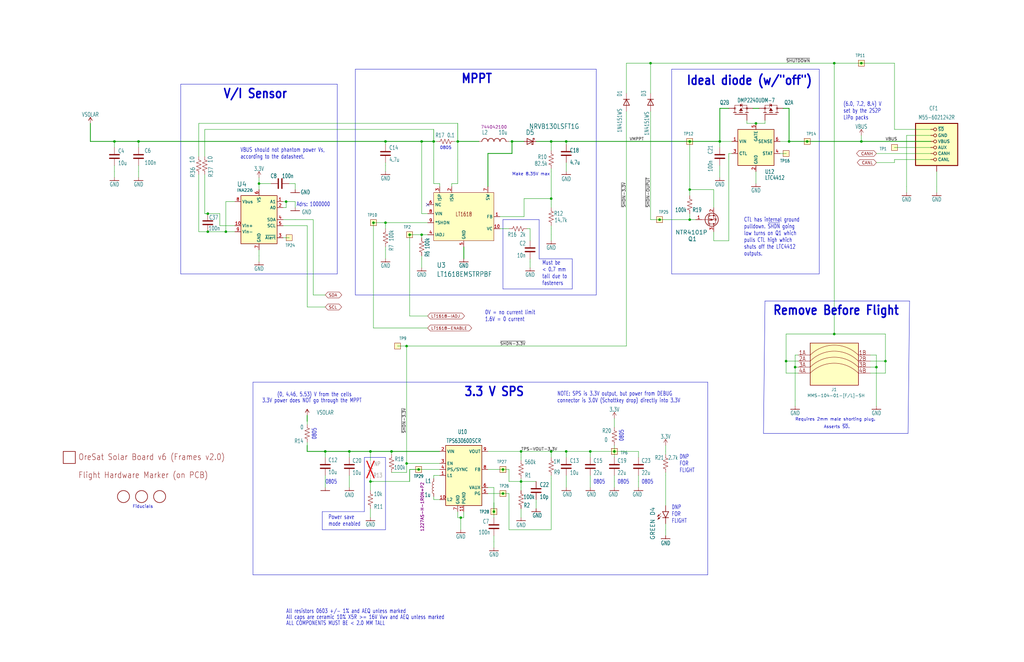
<source format=kicad_sch>
(kicad_sch (version 20231120) (generator "eeschema") (generator_version "8.0")
  (paper "USLedger")
  (title_block (title "OreSat Solar Module - Silicon Cells") (date "2024-09-22") (rev "1.0"))
  (lib_symbols
    (symbol "1u_panel-eagle-import:FIDUCIAL")
    (symbol "1u_panel-eagle-import:FLIGHMARKERNEW"
      (symbol "FLIGHMARKERNEW_1_0"
        (text "Flight Hardware Marker (on PCB)" (at 0 0 0) (effects (font (size 2.54 2.159)) (justify left bottom)))
      )
    )
    (symbol "1u_panel-eagle-import:LED-GREEN0603"
      (property "Reference" "D" (at -3.429 -4.572 90))
      (symbol "LED-GREEN0603_1_0"
        (pin passive line (at 0 2.54 270) (length 2.54) (name "A") (number "A"))
        (pin passive line (at 0 -5.08 90) (length 2.54) (name "C") (number "C"))
      )
    )
    (symbol "1u_panel-eagle-import:NRVB130TGSOD123"
      (property "Reference" "D" (at 5.08 -1.524 0))
      (symbol "NRVB130TGSOD123_1_0"
        (pin passive line (at -2.54 0 0) (length 2.54) (name "ANODE") (number "A"))
        (pin passive line (at 2.54 0 180) (length 2.54) (name "CATHODE") (number "K"))
      )
    )
    (symbol "1u_panel-eagle-import:ORESAT-SOLAR-BOARD-V4-SPECTROLABS"
      (symbol "ORESAT-SOLAR-BOARD-V4-SPECTROLABS_1_0"
        (text "OreSat Solar Board v6 (Frames v2.0)" (at 3.81 -1.27 0) (effects (font (size 2.54 2.159)) (justify left bottom)))
      )
    )
    (symbol "Device:C" (pin_numbers hide) (pin_names (offset 0.254))
      (property "Reference" "C" (at 0.635 2.54 0))
      (property "Value" "C" (at 0.635 -2.54 0))
      (symbol "C_1_1"
        (pin passive line (at 0 3.81 270) (length 2.794) (name "~") (number "1"))
        (pin passive line (at 0 -3.81 90) (length 2.794) (name "~") (number "2"))
      )
    )
    (symbol "Device:D" (pin_numbers hide) (pin_names (offset 1.016) hide)
      (property "Reference" "D" (at 0 2.54 0))
      (property "Value" "D" (at 0 -2.54 0))
      (symbol "D_1_1"
        (pin passive line (at -3.81 0 0) (length 2.54) (name "K") (number "1"))
        (pin passive line (at 3.81 0 180) (length 2.54) (name "A") (number "2"))
      )
    )
    (symbol "Device:L" (pin_numbers hide) (pin_names (offset 1.016) hide)
      (property "Reference" "L" (at -1.27 0 90))
      (property "Value" "L" (at 1.905 0 90))
      (symbol "L_1_1"
        (pin passive line (at 0 3.81 270) (length 1.27) (name "1") (number "1"))
        (pin passive line (at 0 -3.81 90) (length 1.27) (name "2") (number "2"))
      )
    )
    (symbol "Device:R_US" (pin_numbers hide) (pin_names (offset 0))
      (property "Reference" "R" (at 2.54 0 90))
      (property "Value" "R_US" (at -2.54 0 90))
      (symbol "R_US_1_1"
        (pin passive line (at 0 3.81 270) (length 1.27) (name "~") (number "1"))
        (pin passive line (at 0 -3.81 90) (length 1.27) (name "~") (number "2"))
      )
    )
    (symbol "Power_Management:LTC4412xS6"
      (property "Reference" "U" (at -6.35 8.89 0))
      (property "Value" "LTC4412xS6" (at 6.35 8.89 0))
      (symbol "LTC4412xS6_1_1"
        (pin power_in line (at -10.16 2.54 0) (length 2.54) (name "VIN") (number "1"))
        (pin power_in line (at 0 -10.16 90) (length 2.54) (name "GND") (number "2"))
        (pin input line (at -10.16 -2.54 0) (length 2.54) (name "CTL") (number "3"))
        (pin open_collector line (at 10.16 -2.54 180) (length 2.54) (name "STAT") (number "4"))
        (pin output line (at 0 10.16 270) (length 2.54) (name "GATE") (number "5"))
        (pin input line (at 10.16 2.54 180) (length 2.54) (name "SENSE") (number "6"))
      )
    )
    (symbol "Regulator_Switching:TPS63060"
      (property "Reference" "U" (at -7.62 13.97 0))
      (property "Value" "TPS63060" (at 2.54 13.97 0))
      (symbol "TPS63060_1_1"
        (pin input line (at -10.16 0 0) (length 2.54) (name "L1") (number "1"))
        (pin input line (at -10.16 -10.16 0) (length 2.54) (name "L2") (number "10"))
        (pin power_in line (at 0 -15.24 90) (length 2.54) (name "PGND") (number "11"))
        (pin power_in line (at -10.16 10.16 0) (length 2.54) (name "VIN") (number "2"))
        (pin input line (at -10.16 5.08 0) (length 2.54) (name "EN") (number "3"))
        (pin input line (at -10.16 2.54 0) (length 2.54) (name "PS/SYNC") (number "4"))
        (pin output line (at 10.16 -7.62 180) (length 2.54) (name "PG") (number "5"))
        (pin passive line (at 10.16 -5.08 180) (length 2.54) (name "VAUX") (number "6"))
        (pin power_in line (at -2.54 -15.24 90) (length 2.54) (name "GND") (number "7"))
        (pin input line (at 10.16 2.54 180) (length 2.54) (name "FB") (number "8"))
        (pin power_out line (at 10.16 10.16 180) (length 2.54) (name "VOUT") (number "9"))
      )
    )
    (symbol "Sensor_Energy:INA226"
      (property "Reference" "U" (at -6.35 11.43 0))
      (property "Value" "INA226" (at 3.81 11.43 0))
      (symbol "INA226_1_1"
        (pin input line (at 10.16 7.62 180) (length 2.54) (name "A1") (number "1"))
        (pin input line (at -10.16 -2.54 0) (length 2.54) (name "Vin+") (number "10"))
        (pin input line (at 10.16 5.08 180) (length 2.54) (name "A0") (number "2"))
        (pin open_collector line (at 10.16 -7.62 180) (length 2.54) (name "~{Alert}") (number "3"))
        (pin bidirectional line (at 10.16 0 180) (length 2.54) (name "SDA") (number "4"))
        (pin input line (at 10.16 -2.54 180) (length 2.54) (name "SCL") (number "5"))
        (pin power_in line (at 0 12.7 270) (length 2.54) (name "VS") (number "6"))
        (pin power_in line (at 0 -12.7 90) (length 2.54) (name "GND") (number "7"))
        (pin input line (at -10.16 7.62 0) (length 2.54) (name "Vbus") (number "8"))
        (pin input line (at -10.16 -5.08 0) (length 2.54) (name "Vin-") (number "9"))
      )
    )
    (symbol "Transistor_FET:NTR2101P" (pin_names hide)
      (property "Reference" "Q" (at 5.08 1.905 0))
      (property "Value" "NTR2101P" (at 5.08 0 0))
      (symbol "NTR2101P_1_1"
        (pin input line (at -5.08 0 0) (length 2.54) (name "G") (number "1"))
        (pin passive line (at 2.54 -5.08 90) (length 2.54) (name "S") (number "2"))
        (pin passive line (at 2.54 5.08 270) (length 2.54) (name "D") (number "3"))
      )
    )
    (symbol "oresat-connectors:M55-6021242R"
      (property "Reference" "CF" (at -6.35 10.795 0))
      (symbol "M55-6021242R_1_0"
        (pin passive inverted (at -2.54 5.08 0) (length 2.54) (name "~{SD}") (number "1"))
        (pin passive inverted (at -2.54 -5.08 0) (length 2.54) (name "CANH") (number "10"))
        (pin passive inverted (at -2.54 -7.62 0) (length 2.54) (name "CANL") (number "11"))
        (pin passive inverted (at -2.54 -7.62 0) (length 2.54) (name "CANL") (number "12"))
        (pin passive inverted (at -2.54 5.08 0) (length 2.54) (name "~{SD}") (number "2"))
        (pin passive inverted (at -2.54 2.54 0) (length 2.54) (name "GND") (number "3"))
        (pin passive inverted (at -2.54 2.54 0) (length 2.54) (name "GND") (number "4"))
        (pin passive inverted (at -2.54 0 0) (length 2.54) (name "VBUS") (number "5"))
        (pin passive inverted (at -2.54 0 0) (length 2.54) (name "VBUS") (number "6"))
        (pin passive inverted (at -2.54 -2.54 0) (length 2.54) (name "AUX") (number "7"))
        (pin passive inverted (at -2.54 -2.54 0) (length 2.54) (name "AUX") (number "8"))
        (pin passive inverted (at -2.54 -5.08 0) (length 2.54) (name "CANH") (number "9"))
        (pin passive line (at 0 -12.7 90) (length 2.54) (name "SHIELD") (number "P$1"))
        (pin passive line (at 0 -12.7 90) (length 2.54) (name "SHIELD") (number "P$2"))
        (pin passive line (at 0 -12.7 90) (length 2.54) (name "SHIELD") (number "P$3"))
        (pin passive line (at 0 -12.7 90) (length 2.54) (name "SHIELD") (number "P$4"))
      )
    )
    (symbol "oresat-connectors:SAMTEC-MMS-104-02-X-SHJ"
      (property "Reference" "J" (at 0 5.08 0))
      (symbol "SAMTEC-MMS-104-02-X-SHJ_1_0"
        (text "1A" (at -4.78 0 0) (effects (font (size 1.778 1.5113)) (justify left bottom)))
        (text "1B" (at 20.5 0 0) (effects (font (size 1.778 1.5113)) (justify left bottom)))
        (text "2A" (at -4.78 -2.54 0) (effects (font (size 1.778 1.5113)) (justify left bottom)))
        (text "2B" (at 20.5 -2.54 0) (effects (font (size 1.778 1.5113)) (justify left bottom)))
        (text "3A" (at -4.78 -5.08 0) (effects (font (size 1.778 1.5113)) (justify left bottom)))
        (text "3B" (at 20.5 -5.08 0) (effects (font (size 1.778 1.5113)) (justify left bottom)))
        (text "4A" (at -4.78 -7.62 0) (effects (font (size 1.778 1.5113)) (justify left bottom)))
        (text "4B" (at 20.5 -7.62 0) (effects (font (size 1.778 1.5113)) (justify left bottom)))
        (pin passive line (at -5.08 0 0) (length 5.08) (name "1A") (number "1A"))
        (pin passive line (at 25.4 0 180) (length 5.08) (name "1B") (number "1B"))
        (pin passive line (at -5.08 -2.54 0) (length 5.08) (name "2A") (number "2A"))
        (pin passive line (at 25.4 -2.54 180) (length 5.08) (name "2B") (number "2B"))
        (pin passive line (at -5.08 -5.08 0) (length 5.08) (name "3A") (number "3A"))
        (pin passive line (at 25.4 -5.08 180) (length 5.08) (name "3B") (number "3B"))
        (pin passive line (at -5.08 -7.62 0) (length 5.08) (name "4A") (number "4A"))
        (pin passive line (at 25.4 -7.62 180) (length 5.08) (name "4B") (number "4B"))
      )
    )
    (symbol "oresat-ics:LT1618EMSTRPBF"
      (property "Reference" "U3" (at -11.43 -21.59 0))
      (property "Value" "LT1618EMSTRPBF" (at -11.43 -25.4 0))
      (symbol "LT1618EMSTRPBF_1_0"
        (text "LT1618" (at 0 0 0) (effects (font (size 1.778 1.27)) (justify bottom)))
        (pin input line (at 15.24 0 180) (length 2.54) (name "FB") (number "1"))
        (pin passive line (at 15.24 -5.08 180) (length 2.54) (name "VC") (number "10"))
        (pin passive line (at -5.08 12.7 270) (length 2.54) (name "ISN") (number "2"))
        (pin passive line (at -10.16 12.7 270) (length 2.54) (name "ISP") (number "3"))
        (pin input line (at -15.24 -7.62 0) (length 2.54) (name "IADJ") (number "4"))
        (pin power_in line (at 0 -12.7 90) (length 2.54) (name "GND") (number "5"))
        (pin output line (at 10.16 12.7 270) (length 2.54) (name "SW") (number "7"))
        (pin power_in line (at -15.24 1.27 0) (length 2.54) (name "VIN") (number "8"))
        (pin input line (at -15.24 -2.54 0) (length 2.54) (name "*SHDN") (number "9"))
      )
      (symbol "LT1618EMSTRPBF_1_1"
        (pin passive line (at -15.24 5.08 0) (length 2.54) (name "NC") (number "6"))
      )
    )
    (symbol "oresat-misc:Test-Point-0.75mm-th" (exclude_from_sim yes) (in_bom no)
      (property "Reference" "TP" (at 0 2.54 0))
      (symbol "Test-Point-0.75mm-th_1_0"
        (pin passive line (at 0 0 0) (length 0) (name "1") (number "1"))
      )
    )
    (symbol "oresat-passives:L_BIG" (pin_numbers hide) (pin_names (offset 1.016) hide)
      (property "Reference" "L" (at -2.794 0 90))
      (property "Value" "L" (at 3.556 0 90))
      (symbol "L_BIG_1_1"
        (pin passive line (at 0 6.35 270) (length 1.27) (name "1") (number "1"))
        (pin passive line (at 0 -6.35 90) (length 1.27) (name "2") (number "2"))
      )
    )
    (symbol "oresat-power:3.3V" (power) (pin_names (offset 0))
      (property "Value" "3.3V" (at 0 3.556 0))
      (symbol "3.3V_1_1"
        (pin power_in line (at 0 0 90) (length 0) hide (name "3.3V") (number "1"))
      )
    )
    (symbol "oresat-power:GND" (power) (pin_numbers hide) (pin_names (offset 0) hide)
      (property "Value" "GND" (at 0 -2.54 0))
      (symbol "GND_1_1"
        (pin power_in line (at 0 0 270) (length 1.27) (name "GND") (number "1"))
      )
    )
    (symbol "oresat-power:VBUS" (power) (pin_names (offset 0))
      (property "Value" "VBUS" (at 0 3.556 0))
      (symbol "VBUS_1_1"
        (pin power_in line (at 0 0 90) (length 0) hide (name "VBUS") (number "1"))
      )
    )
    (symbol "oresat-power:VSOLAR" (power)
      (property "Value" "VSOLAR" (at 0 2.794 0))
      (symbol "VSOLAR_1_0"
        (pin power_in line (at 0 0 90) (length 2.54) (name "VSOLAR") (number "1"))
      )
    )
    (symbol "oresat-transistors:DMP2240UDM-7"
      (property "Reference" "Q" (at 5.08 -2.54 0))
      (property "Value" "DMP2240UDM-7" (at 5.08 -6.35 0))
      (symbol "DMP2240UDM-7_1_0"
        (pin passive line (at -2.54 2.54 0) (length 2.54) (name "G") (number "1"))
        (pin passive line (at 2.54 5.08 270) (length 2.54) (name "S") (number "5"))
        (pin passive line (at 2.54 -5.08 90) (length 2.54) (name "D") (number "6"))
      )
      (symbol "DMP2240UDM-7_2_0"
        (pin passive line (at 2.54 5.08 270) (length 2.54) (name "S") (number "2"))
        (pin passive line (at -2.54 2.54 0) (length 2.54) (name "G") (number "3"))
        (pin passive line (at 2.54 -5.08 90) (length 2.54) (name "D") (number "4"))
      )
    )
  )
  (junction (at 87.63 90.17))
  (junction (at 318.77 52.07))
  (junction (at 162.56 59.69))
  (junction (at 232.41 83.82))
  (junction (at 208.28 215.9))
  (junction (at 165.1 190.5))
  (junction (at 87.63 97.79))
  (junction (at 351.79 140.97))
  (junction (at 290.83 92.71))
  (junction (at 340.36 59.69))
  (junction (at 171.45 195.58))
  (junction (at 238.76 59.69))
  (junction (at 369.57 154.94))
  (junction (at 232.41 59.69))
  (junction (at 363.22 59.69))
  (junction (at 157.48 93.98))
  (junction (at 215.9 59.69))
  (junction (at 363.22 26.67))
  (junction (at 248.92 190.5))
  (junction (at 219.71 203.2))
  (junction (at 278.13 92.71))
  (junction (at 177.8 99.06))
  (junction (at 332.74 59.69))
  (junction (at 177.8 59.69))
  (junction (at 373.38 152.4))
  (junction (at 238.76 190.5))
  (junction (at 109.22 77.47))
  (junction (at 194.31 218.44))
  (junction (at 182.88 59.69))
  (junction (at 147.32 190.5))
  (junction (at 171.45 146.05))
  (junction (at 331.47 152.4))
  (junction (at 48.26 59.69))
  (junction (at 193.04 59.69))
  (junction (at 303.53 59.69))
  (junction (at 232.41 190.5))
  (junction (at 351.79 26.67))
  (junction (at 290.83 59.69))
  (junction (at 212.09 198.12))
  (junction (at 58.42 59.69))
  (junction (at 172.72 99.06))
  (junction (at 290.83 80.01))
  (junction (at 95.25 97.79))
  (junction (at 259.08 190.5))
  (junction (at 335.28 154.94))
  (junction (at 176.53 198.12))
  (junction (at 162.56 93.98))
  (junction (at 120.65 85.09))
  (junction (at 274.32 26.67))
  (junction (at 212.09 208.28))
  (junction (at 156.21 190.5))
  (junction (at 137.16 190.5))
  (junction (at 156.21 203.2))
  (junction (at 219.71 190.5))
  (no_connect (at 180.34 86.36))
  (polyline (pts (xy 283.21 29.21) (xy 345.44 29.21)) (stroke (width 0.1524) (type solid)))
  (wire (pts (xy 172.72 133.35) (xy 172.72 99.06)) (stroke (width 0.1524)))
  (polyline (pts (xy 153.67 215.9) (xy 135.89 215.9)) (stroke (width 0.1524) (type solid)))
  (wire (pts (xy 147.32 200.66) (xy 147.32 205.74)))
  (wire (pts (xy 232.41 62.23) (xy 232.41 59.69)) (stroke (width 0.1524)))
  (wire (pts (xy 193.04 77.47) (xy 190.5 77.47)) (stroke (width 0.1524)))
  (wire (pts (xy 219.71 203.2) (xy 226.06 203.2)) (stroke (width 0.1524)))
  (wire (pts (xy 219.71 205.74) (xy 219.71 207.01)))
  (wire (pts (xy 238.76 203.2) (xy 238.76 205.74)))
  (wire (pts (xy 109.22 77.47) (xy 114.3 77.47)) (stroke (width 0.1524)))
  (wire (pts (xy 303.53 45.72) (xy 307.34 45.72)) (stroke (width 0.3048)))
  (wire (pts (xy 303.53 62.23) (xy 303.53 59.69)) (stroke (width 0.1524)))
  (wire (pts (xy 280.67 199.39) (xy 280.67 200.66)))
  (wire (pts (xy 172.72 198.12) (xy 172.72 203.2)) (stroke (width 0.1524)))
  (wire (pts (xy 219.71 214.63) (xy 219.71 218.44)))
  (wire (pts (xy 193.04 59.69) (xy 201.93 59.69)) (stroke (width 0.3048)))
  (wire (pts (xy 208.28 226.06) (xy 208.28 228.6)) (stroke (width 0.1524)))
  (wire (pts (xy 303.53 45.72) (xy 303.53 59.69)) (stroke (width 0.3048)))
  (wire (pts (xy 314.96 50.8) (xy 314.96 52.07)) (stroke (width 0.1524)))
  (wire (pts (xy 58.42 72.39) (xy 58.42 69.85)) (stroke (width 0.1524)))
  (polyline (pts (xy 251.46 124.46) (xy 251.46 29.21)) (stroke (width 0.1524) (type solid)))
  (wire (pts (xy 232.41 59.69) (xy 226.06 59.69)) (stroke (width 0.3048)))
  (wire (pts (xy 83.82 52.07) (xy 193.04 52.07)) (stroke (width 0.1524)))
  (wire (pts (xy 232.41 59.69) (xy 238.76 59.69)) (stroke (width 0.3048)))
  (wire (pts (xy 165.1 190.5) (xy 185.42 190.5)) (stroke (width 0.3048)))
  (wire (pts (xy 167.64 146.05) (xy 171.45 146.05)) (stroke (width 0.1524)))
  (polyline (pts (xy 142.24 115.57) (xy 142.24 35.56)) (stroke (width 0.1524) (type solid)))
  (polyline (pts (xy 322.58 127) (xy 383.54 127)) (stroke (width 0.1524) (type solid)))
  (wire (pts (xy 290.83 90.17) (xy 290.83 91.44)))
  (wire (pts (xy 214.63 203.2) (xy 214.63 198.12)) (stroke (width 0.1524)))
  (wire (pts (xy 300.99 101.6) (xy 307.34 101.6)) (stroke (width 0.1524)))
  (wire (pts (xy 232.41 72.39) (xy 232.41 83.82)) (stroke (width 0.1524)))
  (wire (pts (xy 48.26 72.39) (xy 48.26 74.93)))
  (wire (pts (xy 95.25 97.79) (xy 99.06 97.79)) (stroke (width 0.1524)))
  (wire (pts (xy 335.28 168.91) (xy 335.28 154.94)) (stroke (width 0.1524)))
  (polyline (pts (xy 149.86 29.21) (xy 149.86 124.46)) (stroke (width 0.1524) (type solid)))
  (wire (pts (xy 193.04 77.47) (xy 193.04 76.2)) (stroke (width 0.1524)))
  (wire (pts (xy 182.88 67.31) (xy 182.88 76.2)))
  (wire (pts (xy 137.16 193.04) (xy 137.16 190.5)) (stroke (width 0.1524)))
  (wire (pts (xy 214.63 208.28) (xy 212.09 208.28)) (stroke (width 0.1524)))
  (wire (pts (xy 176.53 198.12) (xy 172.72 198.12)))
  (wire (pts (xy 367.03 157.48) (xy 373.38 157.48)) (stroke (width 0.1524)))
  (wire (pts (xy 219.71 203.2) (xy 214.63 203.2)) (stroke (width 0.1524)))
  (wire (pts (xy 213.36 96.52) (xy 214.63 96.52)))
  (wire (pts (xy 109.22 77.47) (xy 109.22 74.93)) (stroke (width 0.1524)))
  (wire (pts (xy 194.31 220.98) (xy 194.31 218.44)) (stroke (width 0.1524)))
  (wire (pts (xy 58.42 59.69) (xy 162.56 59.69)) (stroke (width 0.3048)))
  (wire (pts (xy 331.47 152.4) (xy 336.55 152.4)) (stroke (width 0.1524)))
  (wire (pts (xy 119.38 95.25) (xy 129.54 95.25)) (stroke (width 0.1524)))
  (wire (pts (xy 182.88 59.69) (xy 182.88 54.61)))
  (wire (pts (xy 332.74 45.72) (xy 330.2 45.72)) (stroke (width 0.3048)))
  (wire (pts (xy 119.38 92.71) (xy 124.46 92.71)))
  (wire (pts (xy 351.79 140.97) (xy 351.79 26.67)) (stroke (width 0.1524)))
  (wire (pts (xy 162.56 69.85) (xy 162.56 72.39)))
  (wire (pts (xy 392.43 67.31) (xy 377.19 67.31)) (stroke (width 0.1524)))
  (wire (pts (xy 232.41 223.52) (xy 214.63 223.52)) (stroke (width 0.1524)))
  (wire (pts (xy 328.93 64.77) (xy 331.47 64.77)))
  (wire (pts (xy 182.88 76.2) (xy 182.88 77.47)) (stroke (width 0.1524)))
  (wire (pts (xy 129.54 95.25) (xy 129.54 129.54)) (stroke (width 0.1524)))
  (wire (pts (xy 394.97 78.74) (xy 394.97 72.39)) (stroke (width 0.1524)))
  (wire (pts (xy 332.74 59.69) (xy 340.36 59.69)) (stroke (width 0.3048)))
  (wire (pts (xy 119.38 87.63) (xy 120.65 87.63)) (stroke (width 0.1524)))
  (wire (pts (xy 162.56 69.85) (xy 162.56 68.58)) (stroke (width 0.1524)))
  (wire (pts (xy 194.31 218.44) (xy 195.58 218.44)) (stroke (width 0.1524)))
  (polyline (pts (xy 135.89 215.9) (xy 135.89 223.52)) (stroke (width 0.1524) (type solid)))
  (wire (pts (xy 48.26 59.69) (xy 58.42 59.69)) (stroke (width 0.3048)))
  (wire (pts (xy 83.82 52.07) (xy 83.82 66.04)) (stroke (width 0.1524)))
  (wire (pts (xy 303.53 72.39) (xy 303.53 69.85)) (stroke (width 0.1524)))
  (wire (pts (xy 180.34 90.17) (xy 177.8 90.17)) (stroke (width 0.1524)))
  (wire (pts (xy 318.77 72.39) (xy 318.77 77.47)))
  (wire (pts (xy 300.99 80.01) (xy 290.83 80.01)) (stroke (width 0.1524)))
  (wire (pts (xy 248.92 190.5) (xy 238.76 190.5)) (stroke (width 0.1524)))
  (wire (pts (xy 193.04 67.31) (xy 193.04 76.2)))
  (wire (pts (xy 220.98 59.69) (xy 215.9 59.69)) (stroke (width 0.3048)))
  (wire (pts (xy 373.38 152.4) (xy 367.03 152.4)) (stroke (width 0.1524)))
  (polyline (pts (xy 241.3 109.22) (xy 241.3 121.92)) (stroke (width 0.1524) (type solid)))
  (wire (pts (xy 195.58 218.44) (xy 195.58 215.9)) (stroke (width 0.1524)))
  (wire (pts (xy 177.8 109.22) (xy 177.8 113.03)) (stroke (width 0.1524)))
  (wire (pts (xy 124.46 85.09) (xy 124.46 87.63)))
  (wire (pts (xy 248.92 203.2) (xy 248.92 205.74)))
  (wire (pts (xy 377.19 54.61) (xy 377.19 26.67)) (stroke (width 0.1524)))
  (wire (pts (xy 193.04 59.69) (xy 193.04 67.31)) (stroke (width 0.1524)))
  (wire (pts (xy 280.67 200.66) (xy 280.67 213.36)) (stroke (width 0.1524)))
  (wire (pts (xy 232.41 99.06) (xy 232.41 96.52)) (stroke (width 0.1524)))
  (wire (pts (xy 219.71 193.04) (xy 219.71 194.31)))
  (polyline (pts (xy 298.45 161.29) (xy 106.68 161.29)) (stroke (width 0.1524) (type solid)))
  (wire (pts (xy 208.28 228.6) (xy 208.28 231.14)))
  (wire (pts (xy 223.52 109.22) (xy 223.52 110.49)) (stroke (width 0.1524)))
  (wire (pts (xy 269.24 190.5) (xy 269.24 193.04)) (stroke (width 0.1524)))
  (wire (pts (xy 157.48 138.43) (xy 180.34 138.43)) (stroke (width 0.1524)))
  (wire (pts (xy 226.06 212.09) (xy 226.06 210.82)) (stroke (width 0.1524)))
  (wire (pts (xy 219.71 203.2) (xy 219.71 205.74)) (stroke (width 0.1524)))
  (wire (pts (xy 205.74 190.5) (xy 219.71 190.5)) (stroke (width 0.1524)))
  (wire (pts (xy 248.92 203.2) (xy 248.92 200.66)) (stroke (width 0.1524)))
  (wire (pts (xy 171.45 195.58) (xy 185.42 195.58)) (stroke (width 0.1524)))
  (wire (pts (xy 232.41 191.77) (xy 232.41 193.04)))
  (wire (pts (xy 314.96 52.07) (xy 318.77 52.07)) (stroke (width 0.1524)))
  (wire (pts (xy 322.58 52.07) (xy 322.58 50.8)) (stroke (width 0.1524)))
  (wire (pts (xy 351.79 26.67) (xy 363.22 26.67)) (stroke (width 0.1524)))
  (wire (pts (xy 307.34 64.77) (xy 307.34 66.04)))
  (wire (pts (xy 219.71 190.5) (xy 232.41 190.5)) (stroke (width 0.1524)))
  (wire (pts (xy 335.28 149.86) (xy 336.55 149.86)) (stroke (width 0.1524)))
  (wire (pts (xy 193.04 218.44) (xy 194.31 218.44)) (stroke (width 0.1524)))
  (wire (pts (xy 129.54 190.5) (xy 129.54 187.96)) (stroke (width 0.3048)))
  (wire (pts (xy 232.41 95.25) (xy 232.41 96.52)))
  (wire (pts (xy 205.74 198.12) (xy 212.09 198.12)) (stroke (width 0.1524)))
  (wire (pts (xy 336.55 157.48) (xy 331.47 157.48)) (stroke (width 0.1524)))
  (wire (pts (xy 205.74 205.74) (xy 208.28 205.74)) (stroke (width 0.1524)))
  (wire (pts (xy 259.08 203.2) (xy 259.08 205.74)))
  (wire (pts (xy 92.71 95.25) (xy 99.06 95.25)) (stroke (width 0.1524)))
  (wire (pts (xy 87.63 97.79) (xy 95.25 97.79)))
  (wire (pts (xy 290.83 91.44) (xy 290.83 92.71)) (stroke (width 0.1524)))
  (polyline (pts (xy 283.21 115.57) (xy 283.21 29.21)) (stroke (width 0.1524) (type solid)))
  (wire (pts (xy 48.26 59.69) (xy 48.26 62.23)))
  (wire (pts (xy 86.36 54.61) (xy 182.88 54.61)) (stroke (width 0.1524)))
  (wire (pts (xy 300.99 97.79) (xy 300.99 101.6)) (stroke (width 0.1524)))
  (wire (pts (xy 307.34 101.6) (xy 307.34 66.04)) (stroke (width 0.1524)))
  (wire (pts (xy 274.32 26.67) (xy 264.16 26.67)) (stroke (width 0.1524)))
  (polyline (pts (xy 241.3 121.92) (xy 212.09 121.92)) (stroke (width 0.1524) (type solid)))
  (wire (pts (xy 232.41 86.36) (xy 232.41 87.63)))
  (wire (pts (xy 147.32 190.5) (xy 137.16 190.5)) (stroke (width 0.3048)))
  (wire (pts (xy 290.83 59.69) (xy 290.83 80.01)) (stroke (width 0.1524)))
  (wire (pts (xy 208.28 215.9) (xy 208.28 212.09)))
  (wire (pts (xy 238.76 200.66) (xy 238.76 203.2)) (stroke (width 0.1524)))
  (wire (pts (xy 147.32 190.5) (xy 156.21 190.5)) (stroke (width 0.3048)))
  (wire (pts (xy 335.28 154.94) (xy 335.28 149.86)) (stroke (width 0.1524)))
  (polyline (pts (xy 251.46 29.21) (xy 149.86 29.21)) (stroke (width 0.1524) (type solid)))
  (wire (pts (xy 307.34 64.77) (xy 308.61 64.77)))
  (wire (pts (xy 369.57 149.86) (xy 369.57 154.94)) (stroke (width 0.1524)))
  (wire (pts (xy 351.79 140.97) (xy 373.38 140.97)) (stroke (width 0.1524)))
  (wire (pts (xy 208.28 205.74) (xy 208.28 215.9)) (stroke (width 0.1524)))
  (wire (pts (xy 124.46 77.47) (xy 124.46 80.01)))
  (polyline (pts (xy 283.21 115.57) (xy 345.44 115.57)) (stroke (width 0.1524) (type solid)))
  (wire (pts (xy 290.83 80.01) (xy 290.83 81.28)) (stroke (width 0.1524)))
  (wire (pts (xy 162.56 105.41) (xy 162.56 109.22)) (stroke (width 0.1524)))
  (wire (pts (xy 83.82 97.79) (xy 83.82 73.66)) (stroke (width 0.1524)))
  (wire (pts (xy 377.19 67.31) (xy 377.19 68.58)) (stroke (width 0.1524)))
  (polyline (pts (xy 227.33 109.22) (xy 241.3 109.22)) (stroke (width 0.1524) (type solid)))
  (wire (pts (xy 223.52 101.6) (xy 223.52 96.52)) (stroke (width 0.1524)))
  (wire (pts (xy 172.72 198.12) (xy 176.53 198.12)) (stroke (width 0.1524)))
  (wire (pts (xy 137.16 200.66) (xy 137.16 203.2)) (stroke (width 0.1524)))
  (wire (pts (xy 87.63 90.17) (xy 86.36 90.17)))
  (wire (pts (xy 232.41 83.82) (xy 220.98 83.82)) (stroke (width 0.1524)))
  (wire (pts (xy 147.32 190.5) (xy 147.32 193.04)) (stroke (width 0.1524)))
  (wire (pts (xy 162.56 104.14) (xy 162.56 105.41)))
  (wire (pts (xy 367.03 154.94) (xy 369.57 154.94)) (stroke (width 0.1524)))
  (wire (pts (xy 129.54 129.54) (xy 137.16 129.54)) (stroke (width 0.1524)))
  (wire (pts (xy 86.36 74.93) (xy 86.36 90.17)) (stroke (width 0.1524)))
  (wire (pts (xy 290.83 92.71) (xy 278.13 92.71)) (stroke (width 0.1524)))
  (wire (pts (xy 215.9 64.77) (xy 215.9 59.69)) (stroke (width 0.3048)))
  (wire (pts (xy 335.28 168.91) (xy 335.28 171.45)))
  (wire (pts (xy 377.19 68.58) (xy 369.57 68.58)) (stroke (width 0.1524)))
  (wire (pts (xy 290.83 59.69) (xy 303.53 59.69)) (stroke (width 0.3048)))
  (wire (pts (xy 171.45 195.58) (xy 171.45 146.05)) (stroke (width 0.1524)))
  (polyline (pts (xy 135.89 223.52) (xy 162.56 223.52)) (stroke (width 0.1524) (type solid)))
  (wire (pts (xy 162.56 93.98) (xy 157.48 93.98)) (stroke (width 0.1524)))
  (wire (pts (xy 205.74 208.28) (xy 212.09 208.28)) (stroke (width 0.1524)))
  (wire (pts (xy 156.21 203.2) (xy 172.72 203.2)) (stroke (width 0.1524)))
  (wire (pts (xy 190.5 77.47) (xy 190.5 78.74)) (stroke (width 0.1524)))
  (wire (pts (xy 129.54 186.69) (xy 129.54 187.96)))
  (wire (pts (xy 259.08 176.53) (xy 259.08 180.34)) (stroke (width 0.1524)))
  (wire (pts (xy 392.43 54.61) (xy 377.19 54.61)) (stroke (width 0.1524)))
  (wire (pts (xy 205.74 64.77) (xy 215.9 64.77)) (stroke (width 0.3048)))
  (wire (pts (xy 219.71 193.04) (xy 219.71 190.5)) (stroke (width 0.1524)))
  (wire (pts (xy 180.34 93.98) (xy 162.56 93.98)) (stroke (width 0.1524)))
  (wire (pts (xy 191.77 59.69) (xy 193.04 59.69)))
  (wire (pts (xy 156.21 190.5) (xy 165.1 190.5)) (stroke (width 0.3048)))
  (wire (pts (xy 222.25 96.52) (xy 223.52 96.52)))
  (wire (pts (xy 293.37 92.71) (xy 290.83 92.71)) (stroke (width 0.1524)))
  (wire (pts (xy 172.72 99.06) (xy 177.8 99.06)) (stroke (width 0.1524)))
  (wire (pts (xy 382.27 78.74) (xy 382.27 57.15)) (stroke (width 0.1524)))
  (wire (pts (xy 119.38 85.09) (xy 120.65 85.09)))
  (wire (pts (xy 58.42 59.69) (xy 58.42 62.23)))
  (polyline (pts (xy 345.44 115.57) (xy 345.44 29.21)) (stroke (width 0.1524) (type solid)))
  (wire (pts (xy 274.32 39.37) (xy 274.32 26.67)) (stroke (width 0.1524)))
  (wire (pts (xy 367.03 149.86) (xy 369.57 149.86)) (stroke (width 0.1524)))
  (polyline (pts (xy 298.45 242.57) (xy 298.45 161.29)) (stroke (width 0.1524) (type solid)))
  (wire (pts (xy 290.83 81.28) (xy 290.83 82.55)))
  (wire (pts (xy 212.09 198.12) (xy 212.09 199.39)))
  (wire (pts (xy 95.25 85.09) (xy 99.06 85.09)) (stroke (width 0.1524)))
  (wire (pts (xy 95.25 85.09) (xy 95.25 97.79)) (stroke (width 0.1524)))
  (wire (pts (xy 120.65 85.09) (xy 124.46 85.09)))
  (wire (pts (xy 335.28 154.94) (xy 336.55 154.94)) (stroke (width 0.1524)))
  (wire (pts (xy 331.47 152.4) (xy 331.47 140.97)) (stroke (width 0.1524)))
  (wire (pts (xy 58.42 72.39) (xy 58.42 74.93)))
  (wire (pts (xy 182.88 59.69) (xy 182.88 67.31)) (stroke (width 0.1524)))
  (wire (pts (xy 86.36 73.66) (xy 86.36 74.93)))
  (wire (pts (xy 194.31 220.98) (xy 194.31 223.52)))
  (wire (pts (xy 394.97 78.74) (xy 394.97 81.28)))
  (wire (pts (xy 182.88 210.82) (xy 185.42 210.82)))
  (wire (pts (xy 177.8 99.06) (xy 180.34 99.06)) (stroke (width 0.1524)))
  (polyline (pts (xy 149.86 124.46) (xy 251.46 124.46)) (stroke (width 0.1524) (type solid)))
  (wire (pts (xy 193.04 215.9) (xy 193.04 218.44)) (stroke (width 0.1524)))
  (wire (pts (xy 193.04 52.07) (xy 193.04 59.69)) (stroke (width 0.1524)))
  (wire (pts (xy 226.06 212.09) (xy 226.06 214.63)))
  (wire (pts (xy 269.24 203.2) (xy 269.24 200.66)) (stroke (width 0.1524)))
  (wire (pts (xy 156.21 214.63) (xy 156.21 218.44)))
  (wire (pts (xy 132.08 92.71) (xy 124.46 92.71)) (stroke (width 0.1524)))
  (wire (pts (xy 232.41 71.12) (xy 232.41 72.39)))
  (wire (pts (xy 182.88 54.61) (xy 182.88 59.69)) (stroke (width 0.1524)))
  (wire (pts (xy 238.76 69.85) (xy 238.76 72.39)))
  (wire (pts (xy 165.1 199.39) (xy 171.45 199.39)) (stroke (width 0.1524)))
  (wire (pts (xy 274.32 46.99) (xy 274.32 92.71)) (stroke (width 0.1524)))
  (wire (pts (xy 162.56 59.69) (xy 177.8 59.69)) (stroke (width 0.3048)))
  (wire (pts (xy 180.34 133.35) (xy 172.72 133.35)) (stroke (width 0.1524)))
  (wire (pts (xy 373.38 140.97) (xy 373.38 152.4)) (stroke (width 0.1524)))
  (wire (pts (xy 363.22 59.69) (xy 363.22 57.15)) (stroke (width 0.1524)))
  (wire (pts (xy 232.41 190.5) (xy 232.41 191.77)) (stroke (width 0.1524)))
  (wire (pts (xy 318.77 52.07) (xy 322.58 52.07)) (stroke (width 0.1524)))
  (wire (pts (xy 193.04 52.07) (xy 193.04 59.69)))
  (wire (pts (xy 109.22 80.01) (xy 109.22 77.47)) (stroke (width 0.1524)))
  (wire (pts (xy 280.67 187.96) (xy 280.67 190.5)) (stroke (width 0.1524)))
  (wire (pts (xy 274.32 26.67) (xy 351.79 26.67)) (stroke (width 0.1524)))
  (wire (pts (xy 214.63 59.69) (xy 215.9 59.69)))
  (wire (pts (xy 195.58 104.14) (xy 195.58 109.22)) (stroke (width 0.3048)))
  (wire (pts (xy 86.36 54.61) (xy 86.36 66.04)) (stroke (width 0.1524)))
  (wire (pts (xy 280.67 223.52) (xy 280.67 226.06)))
  (wire (pts (xy 248.92 193.04) (xy 248.92 190.5)) (stroke (width 0.1524)))
  (wire (pts (xy 177.8 90.17) (xy 177.8 59.69)) (stroke (width 0.1524)))
  (wire (pts (xy 124.46 77.47) (xy 121.92 77.47)) (stroke (width 0.1524)))
  (wire (pts (xy 340.36 59.69) (xy 363.22 59.69)) (stroke (width 0.3048)))
  (wire (pts (xy 300.99 80.01) (xy 300.99 87.63)) (stroke (width 0.1524)))
  (wire (pts (xy 156.21 201.93) (xy 156.21 203.2)))
  (wire (pts (xy 363.22 59.69) (xy 392.43 59.69)) (stroke (width 0.3048)))
  (wire (pts (xy 373.38 157.48) (xy 373.38 152.4)) (stroke (width 0.1524)))
  (wire (pts (xy 129.54 177.8) (xy 129.54 175.26)) (stroke (width 0.3048)))
  (wire (pts (xy 264.16 146.05) (xy 264.16 46.99)) (stroke (width 0.1524)))
  (wire (pts (xy 259.08 190.5) (xy 248.92 190.5)) (stroke (width 0.1524)))
  (wire (pts (xy 92.71 90.17) (xy 92.71 95.25)) (stroke (width 0.1524)))
  (wire (pts (xy 238.76 190.5) (xy 238.76 193.04)) (stroke (width 0.1524)))
  (wire (pts (xy 264.16 26.67) (xy 264.16 39.37)) (stroke (width 0.1524)))
  (wire (pts (xy 214.63 198.12) (xy 212.09 198.12)) (stroke (width 0.1524)))
  (wire (pts (xy 208.28 215.9) (xy 208.28 218.44)) (stroke (width 0.1524)))
  (wire (pts (xy 232.41 201.93) (xy 232.41 223.52)) (stroke (width 0.1524)))
  (polyline (pts (xy 106.68 242.57) (xy 298.45 242.57)) (stroke (width 0.1524) (type solid)))
  (wire (pts (xy 184.15 59.69) (xy 182.88 59.69)))
  (wire (pts (xy 132.08 92.71) (xy 132.08 124.46)) (stroke (width 0.1524)))
  (wire (pts (xy 162.56 95.25) (xy 162.56 93.98)) (stroke (width 0.1524)))
  (wire (pts (xy 162.56 95.25) (xy 162.56 96.52)))
  (wire (pts (xy 165.1 190.5) (xy 165.1 191.77)))
  (wire (pts (xy 182.88 77.47) (xy 185.42 77.47)) (stroke (width 0.1524)))
  (wire (pts (xy 172.72 198.12) (xy 172.72 203.2)))
  (polyline (pts (xy 212.09 92.71) (xy 227.33 92.71)) (stroke (width 0.1524) (type solid)))
  (wire (pts (xy 259.08 203.2) (xy 259.08 200.66)) (stroke (width 0.1524)))
  (wire (pts (xy 238.76 69.85) (xy 238.76 68.58)) (stroke (width 0.1524)))
  (wire (pts (xy 83.82 97.79) (xy 87.63 97.79)) (stroke (width 0.1524)))
  (wire (pts (xy 274.32 92.71) (xy 278.13 92.71)) (stroke (width 0.1524)))
  (wire (pts (xy 121.92 100.33) (xy 119.38 100.33)) (stroke (width 0.1524)))
  (wire (pts (xy 369.57 154.94) (xy 369.57 171.45)) (stroke (width 0.1524)))
  (wire (pts (xy 259.08 190.5) (xy 269.24 190.5)) (stroke (width 0.1524)))
  (wire (pts (xy 220.98 91.44) (xy 210.82 91.44)) (stroke (width 0.1524)))
  (polyline (pts (xy 76.2 35.56) (xy 76.2 115.57)) (stroke (width 0.1524) (type solid)))
  (polyline (pts (xy 76.2 115.57) (xy 142.24 115.57)) (stroke (width 0.1524) (type solid)))
  (wire (pts (xy 87.63 90.17) (xy 92.71 90.17)))
  (wire (pts (xy 86.36 90.17) (xy 87.63 90.17)) (stroke (width 0.1524)))
  (wire (pts (xy 176.53 198.12) (xy 185.42 198.12)) (stroke (width 0.1524)))
  (polyline (pts (xy 106.68 161.29) (xy 106.68 242.57)) (stroke (width 0.1524) (type solid)))
  (polyline (pts (xy 382.905 182.88) (xy 383.54 127)) (stroke (width 0.1524) (type solid)))
  (wire (pts (xy 259.08 193.04) (xy 259.08 190.5)) (stroke (width 0.1524)))
  (wire (pts (xy 232.41 99.06) (xy 232.41 101.6)))
  (polyline (pts (xy 321.945 182.88) (xy 382.905 182.88)) (stroke (width 0.1524) (type solid)))
  (wire (pts (xy 328.93 59.69) (xy 332.74 59.69)))
  (wire (pts (xy 156.21 203.2) (xy 157.48 203.2)))
  (wire (pts (xy 377.19 26.67) (xy 363.22 26.67)) (stroke (width 0.1524)))
  (wire (pts (xy 156.21 190.5) (xy 156.21 193.04)) (stroke (width 0.1524)))
  (wire (pts (xy 382.27 78.74) (xy 382.27 81.28)))
  (wire (pts (xy 38.1 59.69) (xy 38.1 52.07)) (stroke (width 0.3048)))
  (wire (pts (xy 109.22 107.95) (xy 109.22 105.41)) (stroke (width 0.1524)))
  (wire (pts (xy 223.52 110.49) (xy 223.52 113.03)))
  (wire (pts (xy 109.22 107.95) (xy 109.22 110.49)))
  (wire (pts (xy 156.21 203.2) (xy 156.21 207.01)) (stroke (width 0.1524)))
  (wire (pts (xy 48.26 69.85) (xy 48.26 72.39)) (stroke (width 0.1524)))
  (wire (pts (xy 137.16 190.5) (xy 129.54 190.5)) (stroke (width 0.3048)))
  (polyline (pts (xy 227.33 92.71) (xy 227.33 109.22)) (stroke (width 0.1524) (type solid)))
  (wire (pts (xy 280.67 190.5) (xy 280.67 191.77)))
  (wire (pts (xy 171.45 146.05) (xy 264.16 146.05)) (stroke (width 0.1524)))
  (wire (pts (xy 331.47 140.97) (xy 351.79 140.97)) (stroke (width 0.1524)))
  (wire (pts (xy 129.54 177.8) (xy 129.54 179.07)))
  (wire (pts (xy 219.71 201.93) (xy 219.71 203.2)))
  (wire (pts (xy 162.56 60.96) (xy 162.56 59.69)))
  (wire (pts (xy 185.42 77.47) (xy 185.42 78.74)) (stroke (width 0.1524)))
  (wire (pts (xy 331.47 157.48) (xy 331.47 152.4)) (stroke (width 0.1524)))
  (wire (pts (xy 132.08 124.46) (xy 137.16 124.46)) (stroke (width 0.1524)))
  (wire (pts (xy 182.88 210.82) (xy 182.88 209.55)))
  (polyline (pts (xy 162.56 223.52) (xy 162.56 193.04)) (stroke (width 0.1524) (type solid)))
  (wire (pts (xy 232.41 83.82) (xy 232.41 86.36)) (stroke (width 0.1524)))
  (wire (pts (xy 392.43 64.77) (xy 369.57 64.77)) (stroke (width 0.1524)))
  (wire (pts (xy 156.21 193.04) (xy 156.21 194.31)))
  (wire (pts (xy 392.43 57.15) (xy 382.27 57.15)) (stroke (width 0.1524)))
  (wire (pts (xy 120.65 85.09) (xy 120.65 87.63)) (stroke (width 0.1524)))
  (polyline (pts (xy 142.24 35.56) (xy 76.2 35.56)) (stroke (width 0.1524) (type solid)))
  (wire (pts (xy 177.8 99.06) (xy 177.8 100.33)))
  (wire (pts (xy 238.76 60.96) (xy 238.76 59.69)))
  (wire (pts (xy 220.98 83.82) (xy 220.98 91.44)) (stroke (width 0.1524)))
  (polyline (pts (xy 321.945 182.88) (xy 322.58 127)) (stroke (width 0.1524) (type solid)))
  (polyline (pts (xy 162.56 193.04) (xy 153.67 193.04)) (stroke (width 0.1524) (type solid)))
  (wire (pts (xy 232.41 190.5) (xy 238.76 190.5)) (stroke (width 0.1524)))
  (wire (pts (xy 232.41 62.23) (xy 232.41 63.5)))
  (wire (pts (xy 332.74 45.72) (xy 332.74 59.69)) (stroke (width 0.3048)))
  (wire (pts (xy 269.24 203.2) (xy 269.24 205.74)))
  (polyline (pts (xy 153.67 193.04) (xy 153.67 215.9)) (stroke (width 0.1524) (type solid)))
  (wire (pts (xy 238.76 59.69) (xy 290.83 59.69)) (stroke (width 0.3048)))
  (wire (pts (xy 182.88 201.93) (xy 182.88 200.66)))
  (wire (pts (xy 232.41 200.66) (xy 232.41 201.93)))
  (wire (pts (xy 280.67 220.98) (xy 280.67 223.52)) (stroke (width 0.1524)))
  (wire (pts (xy 317.5 45.72) (xy 320.04 45.72)) (stroke (width 0.3048)))
  (wire (pts (xy 137.16 203.2) (xy 137.16 205.74)))
  (wire (pts (xy 177.8 59.69) (xy 182.88 59.69)) (stroke (width 0.3048)))
  (polyline (pts (xy 212.09 121.92) (xy 212.09 92.71)) (stroke (width 0.1524) (type solid)))
  (wire (pts (xy 157.48 93.98) (xy 157.48 138.43)) (stroke (width 0.1524)))
  (wire (pts (xy 303.53 72.39) (xy 303.53 74.93)))
  (wire (pts (xy 205.74 78.74) (xy 205.74 64.77)) (stroke (width 0.3048)))
  (wire (pts (xy 392.43 62.23) (xy 377.19 62.23)) (stroke (width 0.1524)))
  (wire (pts (xy 177.8 107.95) (xy 177.8 109.22)))
  (wire (pts (xy 182.88 200.66) (xy 185.42 200.66)))
  (wire (pts (xy 213.36 96.52) (xy 210.82 96.52)) (stroke (width 0.1524)))
  (wire (pts (xy 303.53 59.69) (xy 308.61 59.69)))
  (wire (pts (xy 259.08 187.96) (xy 259.08 190.5)))
  (wire (pts (xy 171.45 199.39) (xy 171.45 195.58)) (stroke (width 0.1524)))
  (wire (pts (xy 214.63 223.52) (xy 214.63 208.28)) (stroke (width 0.1524)))
  (wire (pts (xy 38.1 59.69) (xy 48.26 59.69)) (stroke (width 0.3048)))
  (text "DNP\nFOR\nFLIGHT" (at 286.512 199.644 0) (effects (font (size 1.778 1.27)) (justify left bottom)))
  (text "0805" (at 260.35 204.47 0) (effects (font (size 1.778 1.27)) (justify left bottom)))
  (text "CTL has internal ground\npulldown. ~{SHDN} going\nlow turns on Q1 which\npulls CTL high which\nshuts off the LTC4412\noutputs." (at 313.69 108.204 0) (effects (font (size 1.778 1.27)) (justify left bottom)))
  (text "(0, 4.46, 5.53) V from the cells" (at 116.84 167.64 0) (effects (font (size 1.778 1.27)) (justify left bottom)))
  (text "Make 8.35V max" (at 215.9 74.295 0) (effects (font (size 1.27 1.27)) (justify left bottom)))
  (text "Asserts ~{SD}." (at 347.345 180.975 0) (effects (font (size 1.27 1.27)) (justify left bottom)))
  (text "ALL COMPONENTS MUST BE < 2.0 MM TALL" (at 120.65 264.16 0) (effects (font (size 1.778 1.27)) (justify left bottom)))
  (text "All resistors 0603 +/- 1% and AEQ unless marked" (at 120.65 259.08 0) (effects (font (size 1.778 1.27)) (justify left bottom)))
  (text "NOTE: SPS is 3.3V output, but power from DEBUG\nconnector is 3.0V (Schottkey drop) directly into 3.3V" (at 234.95 170.18 0) (effects (font (size 1.778 1.27)) (justify left bottom)))
  (text "0805" (at 133.604 185.674 90) (effects (font (size 1.778 1.27)) (justify left bottom)))
  (text "Power save\nmode enabled" (at 138.43 222.25 0) (effects (font (size 1.778 1.27)) (justify left bottom)))
  (text "3.3 V SPS" (at 195.58 167.64 0) (effects (font (size 3.81 3.2385) (thickness 0.6477) (bold yes)) (justify left bottom)))
  (text "MPPT" (at 194.31 35.56 0) (effects (font (size 3.81 3.2385) (thickness 0.6477) (bold yes)) (justify left bottom)))
  (text "All caps are ceramic 10% X5R >= 16V Vwv and AEQ unless marked" (at 120.65 261.62 0) (effects (font (size 1.778 1.27)) (justify left bottom)))
  (text "Ideal diode (w/\"off\")" (at 289.306 36.322 0) (effects (font (size 3.81 3.2385) (thickness 0.6477) (bold yes)) (justify left bottom)))
  (text "0805" (at 250.19 204.47 0) (effects (font (size 1.778 1.27)) (justify left bottom)))
  (text "Must be\n< 0.7 mm\ntall due to\nfasteners" (at 228.6 120.65 0) (effects (font (size 1.778 1.27)) (justify left bottom)))
  (text "0805" (at 137.16 204.47 0) (effects (font (size 1.778 1.27)) (justify left bottom)))
  (text "0805" (at 263.144 186.436 90) (effects (font (size 1.778 1.27)) (justify left bottom)))
  (text "Fiducials" (at 55.88 214.63 0) (effects (font (size 1.27 1.27)) (justify left bottom)))
  (text "DNP\nFOR\nFLIGHT" (at 283.21 220.98 0) (effects (font (size 1.778 1.27)) (justify left bottom)))
  (text "VBUS should not phantom power Vs,\naccording to the datasheet." (at 101.346 67.31 0) (effects (font (size 1.778 1.27)) (justify left bottom)))
  (text "3.3V power does NOT go through the MPPT" (at 110.49 170.18 0) (effects (font (size 1.778 1.27)) (justify left bottom)))
  (text "Remove Before Flight" (at 325.755 133.35 0) (effects (font (size 3.81 3.2385) (thickness 0.6477) (bold yes)) (justify left bottom)))
  (text "V/I Sensor" (at 93.98 41.91 0) (effects (font (size 3.81 3.2385) (thickness 0.6477) (bold yes)) (justify left bottom)))
  (text "0V = no current limit\n1.6V = 0 current" (at 204.47 135.89 0) (effects (font (size 1.778 1.27)) (justify left bottom)))
  (text "ALL COMPONENTS ABOVE FASTENERS MUST BE < 0.7 MM TALL" (at 29.21 292.1 0) (effects (font (size 1.778 1.27)) (justify left bottom)))
  (text "0805" (at 270.51 204.47 0) (effects (font (size 1.778 1.27)) (justify left bottom)))
  (text "0805" (at 187.96 62.484 0) (effects (font (size 1.27 1.27))))
  (text "Adrs: 1000000" (at 124.968 87.376 0) (effects (font (size 1.778 1.27)) (justify left bottom)))
  (text "(6.0, 7.2, 8.4) V\nset by the 2S2P\nLiPo packs" (at 355.6 50.8 0) (effects (font (size 1.778 1.27)) (justify left bottom)))
  (text "Requires 2mm male shorting plug." (at 335.28 177.8 0) (effects (font (size 1.27 1.27)) (justify left bottom)))
  (label "~{SHDN-3.3V}" (at 171.45 182.88 90) (effects (font (size 1.2446 1.2446))))
  (label "VMPPT" (at 265.43 59.69 0) (effects (font (size 1.2446 1.2446))))
  (label "TPS-VOUT-3.3V" (at 219.71 190.5 0) (effects (font (size 1.2446 1.2446))))
  (label "VBUS" (at 373.38 59.69 0) (effects (font (size 1.2446 1.2446))))
  (label "~{SHDN-3.3V}" (at 210.82 146.05 0) (effects (font (size 1.2446 1.2446))))
  (label "~{SHUTDOWN}" (at 331.47 26.67 0) (effects (font (size 1.2446 1.2446))))
  (label "~{SHDN-OUPUT}" (at 274.32 87.63 90) (effects (font (size 1.2446 1.2446))))
  (label "~{SHDN-3.3V}" (at 264.16 87.63 90) (effects (font (size 1.2446 1.2446))))
  (global_label "SCL" (shape bidirectional) (at 137.16 129.54 0) (effects (font (size 1.2446 1.2446))) (property "Intersheetrefs" "${INTERSHEET_REFS}" (effects (hide yes))))
  (global_label "CANH" (shape bidirectional) (at 369.57 64.77 180) (effects (font (size 1.2446 1.2446))) (property "Intersheetrefs" "${INTERSHEET_REFS}" (effects (hide yes))))
  (global_label "LT1618-IADJ" (shape bidirectional) (at 180.34 133.35 0) (effects (font (size 1.2446 1.2446))) (property "Intersheetrefs" "${INTERSHEET_REFS}" (effects (hide yes))))
  (global_label "CANL" (shape bidirectional) (at 369.57 68.58 180) (effects (font (size 1.2446 1.2446))) (property "Intersheetrefs" "${INTERSHEET_REFS}" (effects (hide yes))))
  (global_label "SDA" (shape bidirectional) (at 137.16 124.46 0) (effects (font (size 1.2446 1.2446))) (property "Intersheetrefs" "${INTERSHEET_REFS}" (effects (hide yes))))
  (global_label "LT1618-ENABLE" (shape bidirectional) (at 180.34 138.43 0) (effects (font (size 1.2446 1.2446))) (property "Intersheetrefs" "${INTERSHEET_REFS}" (effects (hide yes))))
  (symbol (lib_id "oresat-power:GND") (at 238.76 205.74 0) (mirror y) (unit 1)
    (property "Reference" "#GND025" (effects (hide yes)))
    (property "Value" "GND" (at 241.3 209.55 0) (effects (font (size 1.778 1.27)) (justify left bottom)))
    (property "Description" "Power symbol creates a global label with name \"GND\" , ground" (effects (hide yes)))
  )
  (symbol (lib_id "oresat-power:GND") (at 195.58 109.22 0) (unit 1)
    (property "Reference" "#GND05" (effects (hide yes)))
    (property "Value" "GND" (at 193.548 113.03 0) (effects (font (size 1.778 1.27)) (justify left bottom)))
    (property "Description" "Power symbol creates a global label with name \"GND\" , ground" (effects (hide yes)))
  )
  (symbol (lib_id "Device:C") (at 248.92 196.85 0) (unit 1)
    (property "Reference" "C15" (at 250.19 195.326 0) (effects (font (size 1.778 1.27)) (justify left bottom)))
    (property "Value" "22u" (at 250.19 200.406 0) (effects (font (size 1.778 1.27)) (justify left bottom)))
    (property "Footprint" "oresat-passives:0805-C-NOSILK" (effects (hide yes)))
    (property "Description" "22 µF ±20% 25V Ceramic Capacitor X5R 0805 (2012 Metric)" (effects (hide yes)))
    (property "DIS" "Digi-Key" (effects (hide yes)))
    (property "DPN" "GRT21BR61E226ME13L" (effects (hide yes)))
    (property "MFR" "Murata" (effects (hide yes)))
    (property "MPN" "490-12389-2-ND" (effects (hide yes)))
    (property "Distributor" "Digi-Key" (effects (hide yes)))
  )
  (symbol (lib_id "Transistor_FET:NTR2101P") (at 298.45 92.71 0) (mirror x) (unit 1)
    (property "Reference" "Q1" (at 290.068 100.838 0) (effects (font (size 1.75 1.75)) (justify left)))
    (property "Value" "NTR4101P" (at 284.734 98.044 0) (effects (font (size 1.75 1.75)) (justify left)))
    (property "Footprint" "Package_TO_SOT_SMD:SOT-23" (effects (hide yes)))
    (property "Datasheet" "http://www.onsemi.com/pub/Collateral/NTR2101P-D.PDF" (effects (hide yes)))
    (property "Description" "P-Channel 20V 1.8A (Ta) 420mW (Ta) Surface Mount SOT-23-3 (TO-236)" (effects (hide yes)))
    (property "DPN" "NTR4101PT1GOSCT-ND" (effects (hide yes)))
    (property "DST" "Digi-Key" (effects (hide yes)))
    (property "MFR" "On Semiconductor" (effects (hide yes)))
    (property "MPN" "NTR4101PT1G" (effects (hide yes)))
  )
  (symbol (lib_id "oresat-power:GND") (at 162.56 72.39 0) (unit 1)
    (property "Reference" "#GND046" (effects (hide yes)))
    (property "Value" "GND" (at 160.528 76.2 0) (effects (font (size 1.778 1.27)) (justify left bottom)))
    (property "Description" "Power symbol creates a global label with name \"GND\" , ground" (effects (hide yes)))
  )
  (symbol (lib_id "Device:R_US") (at 232.41 91.44 180) (unit 1)
    (property "Reference" "R12" (at 237.49 89.154 0) (effects (font (size 1.778 1.27)) (justify left bottom)))
    (property "Value" "14.7k" (at 239.268 91.948 0) (effects (font (size 1.778 1.27)) (justify left bottom)))
    (property "Footprint" "oresat-passives:0603-C-NOSILK" (effects (hide yes)))
    (property "Description" "14.7 kOhms ±1% 0.1W, 1/10W Chip Resistor 0603 (1608 Metric) Automotive AEC-Q200 Thick Film" (effects (hide yes)))
    (property "DIS" "Digi-Key" (effects (hide yes)))
    (property "DPN" "RMCF0603FT14K7TR-ND" (effects (hide yes)))
    (property "MFR" "Stackpole Electronics Inc" (effects (hide yes)))
    (property "MPN" "RMCF0603FT14K7" (effects (hide yes)))
    (property "Distributor" "Digi-Key" (effects (hide yes)))
  )
  (symbol (lib_id "oresat-misc:Test-Point-0.75mm-th") (at 363.22 26.67 0) (mirror y) (unit 1) (exclude_from_sim yes) (in_bom no)
    (property "Reference" "TP11" (at 360.68 24.13 0) (effects (font (size 1.27 1.0795)) (justify right bottom)))
    (property "Value" "TEST-POINT-LARGE-SQUARE" (effects (hide yes)))
    (property "Footprint" "oresat-misc:TestPoint-0.75mm-th" (effects (hide yes)))
    (property "Description" "0.75 mm TH test point; good for scope probes and jumpers" (effects (hide yes)))
  )
  (symbol (lib_id "Device:C") (at 118.11 77.47 90) (mirror x) (unit 1)
    (property "Reference" "C8" (at 114.046 75.184 90) (effects (font (size 1.778 1.27)) (justify right bottom)))
    (property "Value" "100n" (at 118.872 75.184 90) (effects (font (size 1.778 1.27)) (justify right bottom)))
    (property "Footprint" "oresat-passives:0603-C-NOSILK" (effects (hide yes)))
    (property "Description" "100 nF (0.1µF) ±10% 25V Ceramic Capacitor X5R 0603 (1608 Metric)" (effects (hide yes)))
    (property "DIS" "Digi-Key" (effects (hide yes)))
    (property "DPN" "587-3472-1-ND" (effects (hide yes)))
    (property "MFR" "Taiyo Yuden" (effects (hide yes)))
    (property "MPN" "TMK107BJ104KAHT" (effects (hide yes)))
    (property "Distributor" "Digi-Key" (effects (hide yes)))
  )
  (symbol (lib_id "oresat-misc:Test-Point-0.75mm-th") (at 157.48 93.98 0) (unit 1) (exclude_from_sim yes) (in_bom no)
    (property "Reference" "TP10" (at 154.94 91.44 0) (effects (font (size 1.27 1.0795)) (justify left bottom)))
    (property "Value" "TEST-POINT-LARGE-SQUARE" (effects (hide yes)))
    (property "Footprint" "oresat-misc:TestPoint-0.75mm-th" (effects (hide yes)))
    (property "Description" "0.75 mm TH test point; good for scope probes and jumpers" (effects (hide yes)))
  )
  (symbol (lib_id "oresat-power:GND") (at 124.46 80.01 0) (unit 1)
    (property "Reference" "#GND043" (effects (hide yes)))
    (property "Value" "GND" (at 126.746 82.042 0) (effects (font (size 1.778 1.27)) (justify left bottom)))
    (property "Description" "Power symbol creates a global label with name \"GND\" , ground" (effects (hide yes)))
  )
  (symbol (lib_id "Device:R_US") (at 219.71 210.82 180) (unit 1)
    (property "Reference" "R2" (at 223.52 212.3186 0) (effects (font (size 1.778 1.27)) (justify left bottom)))
    (property "Value" "100k" (at 225.552 208.788 0) (effects (font (size 1.778 1.27)) (justify left bottom)))
    (property "Footprint" "oresat-passives:0603-C-NOSILK" (effects (hide yes)))
    (property "Description" "100 kOhms ±5% 0.1W, 1/10W Chip Resistor 0603 (1608 Metric) Automotive AEC-Q200 Thick Film" (effects (hide yes)))
    (property "DIS" "Digi-Key" (effects (hide yes)))
    (property "DPN" "RMCF0603FT100KCT-ND" (effects (hide yes)))
    (property "MFR" "Stackpole Electronics Inc" (effects (hide yes)))
    (property "MPN" "RMCF0603FT100K" (effects (hide yes)))
    (property "Distributor" "Digi-Key" (effects (hide yes)))
  )
  (symbol (lib_id "Device:R_US") (at 280.67 195.58 0) (unit 1)
    (property "Reference" "R21" (at 276.098 194.056 0) (effects (font (size 1.778 1.27)) (justify left bottom)))
    (property "Value" "2.7k" (at 281.686 194.056 0) (effects (font (size 1.778 1.27)) (justify left bottom)))
    (property "Footprint" "oresat-passives:0603-C-NOSILK" (effects (hide yes)))
    (property "Description" "2.7 kOhms ±1% 0.1W, 1/10W Chip Resistor 0603 (1608 Metric) Automotive AEC-Q200 Thick Film" (effects (hide yes)))
    (property "DIS" "Digi-Key" (effects (hide yes)))
    (property "DPN" "RMCF0603FT2K70TR-ND" (effects (hide yes)))
    (property "MFR" "Stackpole Electronics Inc " (effects (hide yes)))
    (property "MPN" "RMCF0603FT2K70" (effects (hide yes)))
    (property "Distributor" "Digi-Key" (effects (hide yes)))
  )
  (symbol (lib_id "1u_panel-eagle-import:FLIGHMARKERNEW") (at 33.02 201.93 0) (unit 1)
    (property "Reference" "U$1" (effects (hide yes)))
    (property "Value" "FLIGHMARKERNEW" (effects (hide yes)))
    (property "Footprint" "oresat-graphics:FLIGHTMARKER_NEW_BOARDS" (effects (hide yes)))
  )
  (symbol (lib_id "oresat-power:GND") (at 394.97 81.28 0) (unit 1)
    (property "Reference" "#GND018" (effects (hide yes)))
    (property "Value" "GND" (at 392.938 85.09 0) (effects (font (size 1.778 1.27)) (justify left bottom)))
    (property "Description" "Power symbol creates a global label with name \"GND\" , ground" (effects (hide yes)))
  )
  (symbol (lib_id "oresat-power:GND") (at 194.31 223.52 0) (unit 1)
    (property "Reference" "#GND014" (effects (hide yes)))
    (property "Value" "GND" (at 192.278 227.33 0) (effects (font (size 1.778 1.27)) (justify left bottom)))
    (property "Description" "Power symbol creates a global label with name \"GND\" , ground" (effects (hide yes)))
  )
  (symbol (lib_id "oresat-misc:Test-Point-0.75mm-th") (at 176.53 198.12 0) (unit 1) (exclude_from_sim yes) (in_bom no)
    (property "Reference" "TP29" (at 174.498 201.676 0) (effects (font (size 1.27 1.0795)) (justify left bottom)))
    (property "Value" "TEST-POINT-LARGE-SQUARE" (effects (hide yes)))
    (property "Footprint" "oresat-misc:TestPoint-0.75mm-th" (effects (hide yes)))
    (property "Description" "0.75 mm TH test point; good for scope probes and jumpers" (effects (hide yes)))
  )
  (symbol (lib_id "oresat-connectors:M55-6021242R") (at 394.97 59.69 0) (unit 1)
    (property "Reference" "CF1" (at 393.7 45.72 0) (effects (font (size 1.778 1.27))))
    (property "Value" "M55-6021242R" (at 394.97 49.53 0) (effects (font (size 1.778 1.27))))
    (property "Footprint" "oresat-connectors:J-Harwin-M55-60X1242R" (effects (hide yes)))
    (property "Datasheet" "https://cdn.harwin.com/pdfs/M55-60X.pdf" (effects (hide yes)))
    (property "Description" "OreSat Solar Module Connector" (effects (hide yes)))
    (property "DIS" "Digi-Key" (effects (hide yes)))
    (property "DPN" "952-3851-2-ND" (effects (hide yes)))
    (property "MFR" "Harwin" (effects (hide yes)))
    (property "MPN" "M55-6021242R" (effects (hide yes)))
    (property "Distributor" "Digi-Key" (effects (hide yes)))
  )
  (symbol (lib_id "1u_panel-eagle-import:FIDUCIAL") (at 52.07 209.55 0) (unit 1) (exclude_from_sim yes) (in_bom no)
    (property "Reference" "U$4" (effects (hide yes)))
    (property "Value" "FIDUCIAL" (effects (hide yes)))
    (property "Footprint" "Fiducial:Fiducial_1mm_Mask2mm" (effects (hide yes)))
  )
  (symbol (lib_id "oresat-misc:Test-Point-0.75mm-th") (at 377.19 62.23 0) (unit 1) (exclude_from_sim yes) (in_bom no)
    (property "Reference" "TP1" (at 370.84 63.5 0) (effects (font (size 1.27 1.0795)) (justify left bottom)))
    (property "Value" "TEST-POINT-LARGE-SQUARE" (effects (hide yes)))
    (property "Footprint" "oresat-misc:TestPoint-0.75mm-th" (effects (hide yes)))
    (property "Description" "0.75 mm TH test point; good for scope probes and jumpers" (effects (hide yes)))
  )
  (symbol (lib_id "Device:C") (at 147.32 196.85 0) (unit 1)
    (property "Reference" "C20" (at 148.59 195.326 0) (effects (font (size 1.778 1.27)) (justify left bottom)))
    (property "Value" "10u" (at 148.59 200.406 0) (effects (font (size 1.778 1.27)) (justify left bottom)))
    (property "Footprint" "oresat-passives:0603-C-NOSILK" (effects (hide yes)))
    (property "Description" "10 µF ±10% 16V Ceramic Capacitor X5R 0603 (1608 Metric)" (effects (hide yes)))
    (property "DIS" "Digi-Key" (effects (hide yes)))
    (property "DPN" "490-12317-1-ND" (effects (hide yes)))
    (property "MFR" "Murata Electronics" (effects (hide yes)))
    (property "MPN" "GRT188R61C106KE13D" (effects (hide yes)))
    (property "Distributor" "Digi-Key" (effects (hide yes)))
  )
  (symbol (lib_id "Device:C") (at 48.26 66.04 0) (unit 1)
    (property "Reference" "C4" (at 49.784 64.643 0) (effects (font (size 1.778 1.27)) (justify left bottom)))
    (property "Value" "10u" (at 49.784 69.723 0) (effects (font (size 1.778 1.27)) (justify left bottom)))
    (property "Footprint" "oresat-passives:0603-C-NOSILK" (effects (hide yes)))
    (property "Description" "10 µF ±10% 16V Ceramic Capacitor X5R 0603 (1608 Metric)" (effects (hide yes)))
    (property "DIS" "Digi-Key" (effects (hide yes)))
    (property "DPN" "490-12317-1-ND" (effects (hide yes)))
    (property "MFR" "Murata Electronics" (effects (hide yes)))
    (property "MPN" "GRT188R61C106KE13D" (effects (hide yes)))
    (property "Distributor" "Digi-Key" (effects (hide yes)))
  )
  (symbol (lib_id "oresat-power:GND") (at 147.32 205.74 0) (unit 1)
    (property "Reference" "#GND024" (effects (hide yes)))
    (property "Value" "GND" (at 145.288 209.804 0) (effects (font (size 1.778 1.27)) (justify left bottom)))
    (property "Description" "Power symbol creates a global label with name \"GND\" , ground" (effects (hide yes)))
  )
  (symbol (lib_id "Device:R_US") (at 156.21 198.12 180) (unit 1) (in_bom no) (dnp yes)
    (property "Reference" "R13" (at 161.29 199.644 0) (effects (font (size 1.778 1.27)) (justify left bottom)))
    (property "Value" "NP" (at 160.528 194.818 0) (effects (font (size 1.778 1.27)) (justify left bottom)))
    (property "Footprint" "oresat-passives:0603-C-NOSILK" (effects (hide yes)))
    (property "Description" "10 kOhms ±1% 0.1W, 1/10W Chip Resistor 0603 (1608 Metric) Automotive AEC-Q200 Thick Film" (effects (hide yes)))
    (property "DIS" "Digi-Key" (effects (hide yes)))
    (property "DPN" "RMCF0603FT10K0CT-ND" (effects (hide yes)))
    (property "MFR" "Stackpole Electronics Inc" (effects (hide yes)))
    (property "MPN" "RMCF0603FT10K0" (effects (hide yes)))
    (property "Distributor" "Digi-Key" (effects (hide yes)))
  )
  (symbol (lib_id "Device:C") (at 223.52 105.41 0) (mirror y) (unit 1)
    (property "Reference" "C2" (at 221.742 103.632 0) (effects (font (size 1.778 1.27)) (justify left bottom)))
    (property "Value" "10n" (at 221.742 108.712 0) (effects (font (size 1.778 1.27)) (justify left bottom)))
    (property "Footprint" "oresat-passives:0603-C-NOSILK" (effects (hide yes)))
    (property "Description" "10 nF (10000pF) ±10% 50V Ceramic Capacitor X7R 0603 (1608 Metric)" (effects (hide yes)))
    (property "DIS" "Digi-Key" (effects (hide yes)))
    (property "DPN" "399-14102-1-ND" (effects (hide yes)))
    (property "MFR" "KEMET" (effects (hide yes)))
    (property "MPN" "C0603C103J3GECAUTO" (effects (hide yes)))
    (property "Distributor" "Digi-Key" (effects (hide yes)))
  )
  (symbol (lib_id "1u_panel-eagle-import:LED-GREEN0603") (at 280.67 215.9 0) (unit 1)
    (property "Reference" "D4" (at 276.225 217.678 90) (effects (font (size 1.778 1.778)) (justify left bottom)))
    (property "Value" "GREEN" (at 276.225 218.948 90) (effects (font (size 1.778 1.778)) (justify right bottom)))
    (property "Footprint" "oresat-diodes:LED-0603" (effects (hide yes)))
    (property "Description" "Green 520nm LED Indication - Discrete 3.2V 0603 (1608 Metric) - 430 mcd @ 20 mA" (effects (hide yes)))
    (property "DIS" "Digi-Key" (effects (hide yes)))
    (property "DPN" "732-4971-1-ND" (effects (hide yes)))
    (property "MFR" "Wurth" (effects (hide yes)))
    (property "MPN" "150060GS75000" (effects (hide yes)))
    (property "Distributor" "Digi-Key" (effects (hide yes)))
  )
  (symbol (lib_id "Device:L") (at 182.88 205.74 180) (unit 1)
    (property "Reference" "L1" (at 180.594 202.946 0) (effects (font (size 1.778 1.27))))
    (property "Value" "1u" (at 180.34 208.788 0) (effects (font (size 1.778 1.27))))
    (property "Footprint" "oresat-passives:IND_1226AS-H-1R0N=P2" (effects (hide yes)))
    (property "Description" "1 µH Shielded Drum Core, Wirewound Inductor 3.7 A 29mOhm Max Nonstandard" (effects (hide yes)))
    (property "DIS" "Digi-Key" (effects (hide yes)))
    (property "DPN" "490-14160-2-ND" (effects (hide yes)))
    (property "MFR" "Murata" (effects (hide yes)))
    (property "MPN" "1227AS-H-1R0N=P2" (at 178.054 213.868 90))
    (property "Distributor" "Digi-Key" (effects (hide yes)))
  )
  (symbol (lib_id "1u_panel-eagle-import:FIDUCIAL") (at 67.31 209.55 0) (unit 1) (exclude_from_sim yes) (in_bom no)
    (property "Reference" "U$3" (effects (hide yes)))
    (property "Value" "FIDUCIAL" (effects (hide yes)))
    (property "Footprint" "Fiducial:Fiducial_1mm_Mask2mm" (effects (hide yes)))
  )
  (symbol (lib_id "Device:C") (at 238.76 64.77 0) (unit 1)
    (property "Reference" "C18" (at 240.284 64.389 0) (effects (font (size 1.778 1.27)) (justify left bottom)))
    (property "Value" "4.7u" (at 240.284 69.469 0) (effects (font (size 1.778 1.27)) (justify left bottom)))
    (property "Footprint" "oresat-passives:0603-C-NOSILK" (effects (hide yes)))
    (property "Description" "4.7µF ±10% 16V Ceramic Capacitor X5R 0603 (1608 Metric)" (effects (hide yes)))
    (property "DIS" "Digi-Key" (effects (hide yes)))
    (property "DPN" "1276-1784-1-ND" (effects (hide yes)))
    (property "MFR" "Samsung Electro-Mechanics" (effects (hide yes)))
    (property "MPN" "CL10A475KO8NNNC" (effects (hide yes)))
    (property "Distributor" "Digi-Key" (effects (hide yes)))
  )
  (symbol (lib_id "oresat-transistors:DMP2240UDM-7") (at 325.12 48.26 90) (unit 1)
    (property "Reference" "Q2" (at 330.708 44.196 90) (effects (font (size 1.778 1.27)) (justify right top)))
    (property "Value" "DMP2240UDM-7" (effects (hide yes)))
    (property "Footprint" "Package_TO_SOT_SMD:SOT-23-6" (effects (hide yes)))
    (property "Datasheet" "https://www.diodes.com/assets/Datasheets/ds31197.pdf" (effects (hide yes)))
    (property "Description" "Mosfet Array 2 P-Channel (Dual) 20V 2A 600mW Surface Mount SOT-26" (effects (hide yes)))
    (property "DIS" "Digi-Key" (effects (hide yes)))
    (property "DPN" "DMP2240UDMDICT-ND" (effects (hide yes)))
    (property "MFR" "Diodes Inc" (effects (hide yes)))
    (property "MPN" "DMP2240UDM-7" (effects (hide yes)))
    (property "Distributor" "Digi-Key" (effects (hide yes)))
  )
  (symbol (lib_id "oresat-power:GND") (at 156.21 218.44 0) (unit 1)
    (property "Reference" "#GND039" (effects (hide yes)))
    (property "Value" "GND" (at 154.178 222.25 0) (effects (font (size 1.778 1.27)) (justify left bottom)))
    (property "Description" "Power symbol creates a global label with name \"GND\" , ground" (effects (hide yes)))
  )
  (symbol (lib_id "Device:C") (at 238.76 196.85 0) (unit 1)
    (property "Reference" "C13" (at 240.284 195.326 0) (effects (font (size 1.778 1.27)) (justify left bottom)))
    (property "Value" "10u" (at 240.284 200.406 0) (effects (font (size 1.778 1.27)) (justify left bottom)))
    (property "Footprint" "oresat-passives:0603-C-NOSILK" (effects (hide yes)))
    (property "Description" "10 µF ±10% 16V Ceramic Capacitor X5R 0603 (1608 Metric)" (effects (hide yes)))
    (property "DIS" "Digi-Key" (effects (hide yes)))
    (property "DPN" "490-12317-1-ND" (effects (hide yes)))
    (property "MFR" "Murata Electronics" (effects (hide yes)))
    (property "MPN" "GRT188R61C106KE13D" (effects (hide yes)))
    (property "Distributor" "Digi-Key" (effects (hide yes)))
  )
  (symbol (lib_id "Device:R_US") (at 232.41 67.31 180) (unit 1)
    (property "Reference" "R10" (at 230.632 65.278 0) (effects (font (size 1.778 1.27)) (justify left bottom)))
    (property "Value" "82.5k" (at 230.886 68.072 0) (effects (font (size 1.778 1.27)) (justify left bottom)))
    (property "Footprint" "oresat-passives:0603-C-NOSILK" (effects (hide yes)))
    (property "Description" "82.5 kOhms ±1% 0.1W, 1/10W Chip Resistor 0603 (1608 Metric) Automotive AEC-Q200 Thick Film" (effects (hide yes)))
    (property "DIS" "Digi-Key" (effects (hide yes)))
    (property "DPN" "RMCF0603FT82K5TR-ND" (effects (hide yes)))
    (property "MFR" "Stackpole Electronics Inc" (effects (hide yes)))
    (property "MPN" "RMCF0603FT82K5" (effects (hide yes)))
    (property "Distributor" "Digi-Key" (effects (hide yes)))
  )
  (symbol (lib_id "Device:R_US") (at 219.71 198.12 180) (unit 1)
    (property "Reference" "R1" (at 224.028 199.644 0) (effects (font (size 1.778 1.27)) (justify left bottom)))
    (property "Value" "560k" (at 226.06 194.056 0) (effects (font (size 1.778 1.27)) (justify left bottom)))
    (property "Footprint" "oresat-passives:0603-C-NOSILK" (effects (hide yes)))
    (property "Description" "560 kOhms ±1% 0.1W, 1/10W Chip Resistor 0603 (1608 Metric) Automotive AEC-Q200 Thick Film" (effects (hide yes)))
    (property "DIS" "Digi-Key" (effects (hide yes)))
    (property "DPN" "RMCF0603FT560KTR-ND" (effects (hide yes)))
    (property "MFR" "Stackpole Electronics Inc" (effects (hide yes)))
    (property "MPN" "RMCF0603FT560K" (effects (hide yes)))
    (property "Distributor" "Digi-Key" (effects (hide yes)))
  )
  (symbol (lib_id "oresat-passives:L_BIG") (at 208.28 59.69 90) (unit 1)
    (property "Reference" "L2" (at 204.47 55.88 90) (effects (font (size 1.778 1.27))))
    (property "Value" "10u" (at 212.09 55.88 90) (effects (font (size 1.778 1.27))))
    (property "Footprint" "oresat-passives:744042100" (effects (hide yes)))
    (property "Description" "10 µH Shielded Drum Core, Wirewound Inductor 1.3 A 150mOhm Max 1919 (4848 Metric)" (effects (hide yes)))
    (property "DIS" "Digi-Key" (effects (hide yes)))
    (property "DPN" "732-1025-1-ND" (effects (hide yes)))
    (property "MFR" "WURTH" (effects (hide yes)))
    (property "MPN" "744042100" (at 208.28 53.594 90))
    (property "Distributor" "Digi-Key" (effects (hide yes)))
  )
  (symbol (lib_id "Device:R_US") (at 232.41 196.85 180) (unit 1)
    (property "Reference" "R9" (at 236.22 198.3486 0) (effects (font (size 1.778 1.27)) (justify left bottom)))
    (property "Value" "1M" (at 236.22 193.802 0) (effects (font (size 1.778 1.27)) (justify left bottom)))
    (property "Footprint" "oresat-passives:0603-C-NOSILK" (effects (hide yes)))
    (property "Description" "1 MOhms ±1% 0.1W, 1/10W Chip Resistor 0603 (1608 Metric) Automotive AEC-Q200 Thick Film" (effects (hide yes)))
    (property "DIS" "Digi-Key" (effects (hide yes)))
    (property "DPN" "RMCF0603FG1M00CT-ND" (effects (hide yes)))
    (property "MFR" "Stackpole Electronics Inc" (effects (hide yes)))
    (property "MPN" "RMCF0603FG1M00" (effects (hide yes)))
    (property "Distributor" "Digi-Key" (effects (hide yes)))
  )
  (symbol (lib_id "Device:R_US") (at 162.56 100.33 0) (mirror y) (unit 1)
    (property "Reference" "R7" (at 164.084 105.918 90) (effects (font (size 1.778 1.27)) (justify left bottom)))
    (property "Value" "100k" (at 164.084 101.854 90) (effects (font (size 1.778 1.27)) (justify left bottom)))
    (property "Footprint" "oresat-passives:0603-C-NOSILK" (effects (hide yes)))
    (property "Description" "100 kOhms ±5% 0.1W, 1/10W Chip Resistor 0603 (1608 Metric) Automotive AEC-Q200 Thick Film" (effects (hide yes)))
    (property "DIS" "Digi-Key" (effects (hide yes)))
    (property "DPN" "RMCF0603FT100KCT-ND" (effects (hide yes)))
    (property "MFR" "Stackpole Electronics Inc" (effects (hide yes)))
    (property "MPN" "RMCF0603FT100K" (effects (hide yes)))
    (property "Distributor" "Digi-Key" (effects (hide yes)))
  )
  (symbol (lib_id "oresat-misc:Test-Point-0.75mm-th") (at 340.36 59.69 0) (mirror y) (unit 1) (exclude_from_sim yes) (in_bom no)
    (property "Reference" "TP14" (at 344.17 57.15 0) (effects (font (size 1.27 1.0795)) (justify left bottom)))
    (property "Value" "TEST-POINT-LARGE-SQUARE" (effects (hide yes)))
    (property "Footprint" "oresat-misc:TestPoint-0.75mm-th" (effects (hide yes)))
    (property "Description" "0.75 mm TH test point; good for scope probes and jumpers" (effects (hide yes)))
  )
  (symbol (lib_id "oresat-power:GND") (at 248.92 205.74 0) (mirror y) (unit 1)
    (property "Reference" "#GND013" (effects (hide yes)))
    (property "Value" "GND" (at 251.46 209.55 0) (effects (font (size 1.778 1.27)) (justify left bottom)))
    (property "Description" "Power symbol creates a global label with name \"GND\" , ground" (effects (hide yes)))
  )
  (symbol (lib_id "oresat-misc:Test-Point-0.75mm-th") (at 331.47 64.77 90) (unit 1) (exclude_from_sim yes) (in_bom no)
    (property "Reference" "TP16" (at 328.93 68.58 90) (effects (font (size 1.27 1.0795)) (justify right top)))
    (property "Value" "TEST-POINT-LARGE-SQUARE" (effects (hide yes)))
    (property "Footprint" "oresat-misc:TestPoint-0.75mm-th" (effects (hide yes)))
    (property "Description" "0.75 mm TH test point; good for scope probes and jumpers" (effects (hide yes)))
  )
  (symbol (lib_id "oresat-power:GND") (at 318.77 77.47 0) (unit 1)
    (property "Reference" "#GND011" (effects (hide yes)))
    (property "Value" "GND" (at 316.738 81.28 0) (effects (font (size 1.778 1.27)) (justify left bottom)))
    (property "Description" "Power symbol creates a global label with name \"GND\" , ground" (effects (hide yes)))
  )
  (symbol (lib_id "oresat-connectors:SAMTEC-MMS-104-02-X-SHJ") (at 341.63 149.86 0) (unit 1)
    (property "Reference" "J1" (at 350.52 165.1 0) (effects (justify left bottom)))
    (property "Value" "MMS-104-01-[F/L]-SH" (at 340.36 167.64 0) (effects (justify left bottom)))
    (property "Footprint" "oresat-connectors:SAMTEC-MMS-104-02-X-SH" (effects (hide yes)))
    (property "Description" "4 Position Receptacle Connector 0.079\" (2.00mm) Surface Mount, Right Angle Gold" (effects (hide yes)))
    (property "DIS" "Digi-Key" (effects (hide yes)))
    (property "DPN" " SAM1237-04-ND" (effects (hide yes)))
    (property "MFR" "Samtec" (effects (hide yes)))
    (property "MPN" "  MMS-104-02-L-SH" (effects (hide yes)))
    (property "Distributor" "Digi-Key" (effects (hide yes)))
  )
  (symbol (lib_id "Regulator_Switching:TPS63060") (at 195.58 200.66 0) (unit 1)
    (property "Reference" "U10" (at 193.04 183.134 0) (effects (font (size 1.778 1.27)) (justify left bottom)))
    (property "Value" "TPS63060DSCR" (at 188.214 186.944 0) (effects (font (size 1.778 1.27)) (justify left bottom)))
    (property "Footprint" "Package_SON:Texas_S-PWSON-N10" (effects (hide yes)))
    (property "Datasheet" "http://www.ti.com/lit/ds/symlink/tps63060.pdf" (effects (hide yes)))
    (property "Description" "Buck-Boost Switching Regulator IC Positive Adjustable 2.5V 1 Output 2A (Switch) 10-WFDFN Exposed Pad" (effects (hide yes)))
    (property "DIS" "Digi-Key" (effects (hide yes)))
    (property "DPN" "296-30204-2-ND" (effects (hide yes)))
    (property "MFR" "Texas Instruments" (effects (hide yes)))
    (property "MPN" "IC REG BUCK BOOST ADJ 2A 10WSON" (effects (hide yes)))
    (property "Distributor" "Digi-Key" (effects (hide yes)))
  )
  (symbol (lib_id "oresat-power:GND") (at 48.26 74.93 0) (unit 1)
    (property "Reference" "#GND02" (effects (hide yes)))
    (property "Value" "GND" (at 46.228 78.74 0) (effects (font (size 1.778 1.27)) (justify left bottom)))
    (property "Description" "Power symbol creates a global label with name \"GND\" , ground" (effects (hide yes)))
  )
  (symbol (lib_id "oresat-misc:Test-Point-0.75mm-th") (at 259.08 190.5 0) (unit 1) (exclude_from_sim yes) (in_bom no)
    (property "Reference" "TP6" (at 261.62 191.77 0) (effects (font (size 1.27 1.0795)) (justify left bottom)))
    (property "Value" "TEST-POINT-LARGE-SQUARE" (effects (hide yes)))
    (property "Footprint" "oresat-misc:TestPoint-0.75mm-th" (effects (hide yes)))
    (property "Description" "0.75 mm TH test point; good for scope probes and jumpers" (effects (hide yes)))
  )
  (symbol (lib_id "oresat-power:GND") (at 232.41 101.6 0) (unit 1)
    (property "Reference" "#GND09" (effects (hide yes)))
    (property "Value" "GND" (at 230.378 105.41 0) (effects (font (size 1.778 1.27)) (justify left bottom)))
    (property "Description" "Power symbol creates a global label with name \"GND\" , ground" (effects (hide yes)))
  )
  (symbol (lib_id "Device:R_US") (at 177.8 104.14 0) (unit 1)
    (property "Reference" "R6" (at 181.102 108.458 90) (effects (font (size 1.778 1.27)) (justify left bottom)))
    (property "Value" "100k" (at 181.102 105.156 90) (effects (font (size 1.778 1.27)) (justify left bottom)))
    (property "Footprint" "oresat-passives:0603-C-NOSILK" (effects (hide yes)))
    (property "Description" "100 kOhms ±5% 0.1W, 1/10W Chip Resistor 0603 (1608 Metric) Automotive AEC-Q200 Thick Film" (effects (hide yes)))
    (property "DIS" "Digi-Key" (effects (hide yes)))
    (property "DPN" "RMCF0603FT100KCT-ND" (effects (hide yes)))
    (property "MFR" "Stackpole Electronics Inc" (effects (hide yes)))
    (property "MPN" "RMCF0603FT100K" (effects (hide yes)))
    (property "Distributor" "Digi-Key" (effects (hide yes)))
  )
  (symbol (lib_id "oresat-misc:Test-Point-0.75mm-th") (at 208.28 215.9 0) (unit 1) (exclude_from_sim yes) (in_bom no)
    (property "Reference" "TP28" (at 202.184 216.662 0) (effects (font (size 1.27 1.0795)) (justify left bottom)))
    (property "Value" "TEST-POINT-LARGE-SQUARE" (effects (hide yes)))
    (property "Footprint" "oresat-misc:TestPoint-0.75mm-th" (effects (hide yes)))
    (property "Description" "0.75 mm TH test point; good for scope probes and jumpers" (effects (hide yes)))
  )
  (symbol (lib_id "Device:R_US") (at 86.36 69.85 180) (unit 1)
    (property "Reference" "R37" (at 88.9 74.93 90) (effects (font (size 1.778 1.5113)) (justify right)))
    (property "Value" "10" (at 88.646 68.834 90) (effects (font (size 1.778 1.5113)) (justify right)))
    (property "Footprint" "oresat-passives:0603-C-NOSILK" (effects (hide yes)))
    (property "Description" "10 Ohms ±1% 0.1W, 1/10W Chip Resistor 0603 (1608 Metric) Automotive AEC-Q200 Thick Film" (effects (hide yes)))
    (property "DIS" "Digi-Key" (effects (hide yes)))
    (property "DPN" "RMCF0603FT10R0CT-ND" (effects (hide yes)))
    (property "MFR" "Stackpole Electronics Inc" (effects (hide yes)))
    (property "MPN" "RMCF0603FT10R0" (effects (hide yes)))
    (property "Distributor" "Digi-Key" (effects (hide yes)))
  )
  (symbol (lib_id "oresat-power:VSOLAR") (at 129.54 175.26 0) (unit 1)
    (property "Reference" "#VSOLAR02" (effects (hide yes)))
    (property "Value" "VSOLAR" (at 137.16 175.006 0) (effects (font (size 1.778 1.27)) (justify bottom)))
  )
  (symbol (lib_id "Power_Management:LTC4412xS6") (at 318.77 62.23 0) (unit 1)
    (property "Reference" "U12" (at 322.58 73.406 0) (effects (font (size 1.778 1.27)) (justify left bottom)))
    (property "Value" "LTC4412" (at 322.58 75.946 0) (effects (font (size 1.778 1.27)) (justify left bottom)))
    (property "Footprint" "Package_TO_SOT_SMD:TSOT-23-6" (effects (hide yes)))
    (property "Datasheet" "https://www.analog.com/media/en/technical-documentation/data-sheets/4412fb.pdf" (effects (hide yes)))
    (property "Description" "OR Controller Source Selector Switch P-Channel 2:1 TSOT-23-6" (effects (hide yes)))
    (property "DIS" "Digi-Key" (effects (hide yes)))
    (property "DPN" "505-LTC4412ES6#TRPBFTR-ND" (effects (hide yes)))
    (property "MFR" "Linear Technologies" (effects (hide yes)))
    (property "MPN" "LTC4412ES6#TRPBF" (effects (hide yes)))
    (property "Distributor" "Digi-Key" (effects (hide yes)))
  )
  (symbol (lib_id "oresat-misc:Test-Point-0.75mm-th") (at 212.09 208.28 0) (unit 1) (exclude_from_sim yes) (in_bom no)
    (property "Reference" "TP26" (at 210.566 205.74 0) (effects (font (size 1.27 1.0795)) (justify left bottom)))
    (property "Value" "TEST-POINT-LARGE-SQUARE" (effects (hide yes)))
    (property "Footprint" "oresat-misc:TestPoint-0.75mm-th" (effects (hide yes)))
    (property "Description" "0.75 mm TH test point; good for scope probes and jumpers" (effects (hide yes)))
  )
  (symbol (lib_id "Device:R_US") (at 156.21 210.82 180) (unit 1)
    (property "Reference" "R11" (at 161.544 212.852 0) (effects (font (size 1.778 1.27)) (justify left bottom)))
    (property "Value" "10k" (at 161.29 207.518 0) (effects (font (size 1.778 1.27)) (justify left bottom)))
    (property "Footprint" "oresat-passives:0603-C-NOSILK" (effects (hide yes)))
    (property "Description" "10 kOhms ±1% 0.1W, 1/10W Chip Resistor 0603 (1608 Metric) Automotive AEC-Q200 Thick Film" (effects (hide yes)))
    (property "DIS" "Digi-Key" (effects (hide yes)))
    (property "DPN" "RMCF0603FT10K0CT-ND" (effects (hide yes)))
    (property "MFR" "Stackpole Electronics Inc" (effects (hide yes)))
    (property "MPN" "RMCF0603FT10K0" (effects (hide yes)))
    (property "Distributor" "Digi-Key" (effects (hide yes)))
  )
  (symbol (lib_id "oresat-power:GND") (at 238.76 72.39 0) (unit 1)
    (property "Reference" "#GND045" (effects (hide yes)))
    (property "Value" "GND" (at 236.728 76.454 0) (effects (font (size 1.778 1.27)) (justify left bottom)))
    (property "Description" "Power symbol creates a global label with name \"GND\" , ground" (effects (hide yes)))
  )
  (symbol (lib_id "Device:R_US") (at 290.83 86.36 180) (unit 1)
    (property "Reference" "R19" (at 295.91 87.63 0) (effects (font (size 1.778 1.27)) (justify left bottom)))
    (property "Value" "100k" (at 289.56 87.63 0) (effects (font (size 1.778 1.27)) (justify left bottom)))
    (property "Footprint" "oresat-passives:0603-C-NOSILK" (effects (hide yes)))
    (property "Description" "100 kOhms ±5% 0.1W, 1/10W Chip Resistor 0603 (1608 Metric) Automotive AEC-Q200 Thick Film" (effects (hide yes)))
    (property "DIS" "Digi-Key" (effects (hide yes)))
    (property "DPN" "RMCF0603FT100KCT-ND" (effects (hide yes)))
    (property "MFR" "Stackpole Electronics Inc" (effects (hide yes)))
    (property "MPN" "RMCF0603FT100K" (effects (hide yes)))
    (property "Distributor" "Digi-Key" (effects (hide yes)))
  )
  (symbol (lib_id "oresat-power:GND") (at 303.53 74.93 0) (unit 1)
    (property "Reference" "#GND023" (effects (hide yes)))
    (property "Value" "GND" (at 301.498 78.74 0) (effects (font (size 1.778 1.27)) (justify left bottom)))
    (property "Description" "Power symbol creates a global label with name \"GND\" , ground" (effects (hide yes)))
  )
  (symbol (lib_id "Device:C") (at 208.28 222.25 0) (mirror y) (unit 1)
    (property "Reference" "C7" (at 206.248 220.98 0) (effects (font (size 1.778 1.27)) (justify left bottom)))
    (property "Value" "100n" (at 206.756 225.552 0) (effects (font (size 1.778 1.27)) (justify left bottom)))
    (property "Footprint" "oresat-passives:0603-C-NOSILK" (effects (hide yes)))
    (property "Description" "100 nF (0.1µF) ±10% 25V Ceramic Capacitor X5R 0603 (1608 Metric)" (effects (hide yes)))
    (property "DIS" "Digi-Key" (effects (hide yes)))
    (property "DPN" "587-3472-1-ND" (effects (hide yes)))
    (property "MFR" "Taiyo Yuden" (effects (hide yes)))
    (property "MPN" "TMK107BJ104KAHT" (effects (hide yes)))
    (property "Distributor" "Digi-Key" (effects (hide yes)))
  )
  (symbol (lib_id "oresat-power:GND") (at 208.28 231.14 0) (unit 1)
    (property "Reference" "#GND034" (effects (hide yes)))
    (property "Value" "GND" (at 206.248 234.95 0) (effects (font (size 1.778 1.27)) (justify left bottom)))
    (property "Description" "Power symbol creates a global label with name \"GND\" , ground" (effects (hide yes)))
  )
  (symbol (lib_id "oresat-power:GND") (at 226.06 214.63 0) (mirror y) (unit 1)
    (property "Reference" "#GND026" (effects (hide yes)))
    (property "Value" "GND" (at 228.6 218.44 0) (effects (font (size 1.778 1.27)) (justify left bottom)))
    (property "Description" "Power symbol creates a global label with name \"GND\" , ground" (effects (hide yes)))
  )
  (symbol (lib_id "oresat-power:GND") (at 382.27 81.28 0) (unit 1)
    (property "Reference" "#GND028" (effects (hide yes)))
    (property "Value" "GND" (at 380.238 85.09 0) (effects (font (size 1.778 1.27)) (justify left bottom)))
    (property "Description" "Power symbol creates a global label with name \"GND\" , ground" (effects (hide yes)))
  )
  (symbol (lib_id "oresat-misc:Test-Point-0.75mm-th") (at 290.83 59.69 0) (mirror y) (unit 1) (exclude_from_sim yes) (in_bom no)
    (property "Reference" "TP12" (at 288.29 57.15 0) (effects (font (size 1.27 1.0795)) (justify right bottom)))
    (property "Value" "TEST-POINT-LARGE-SQUARE" (effects (hide yes)))
    (property "Footprint" "oresat-misc:TestPoint-0.75mm-th" (effects (hide yes)))
    (property "Description" "0.75 mm TH test point; good for scope probes and jumpers" (effects (hide yes)))
  )
  (symbol (lib_id "oresat-power:3.3V") (at 280.67 187.96 0) (unit 1)
    (property "Reference" "#SUPPLY07" (effects (hide yes)))
    (property "Value" "3.3V" (at 280.67 185.166 0) (effects (font (size 1.778 1.27)) (justify bottom)))
    (property "Description" "Power symbol creates a global label with name \"3.3V\"" (effects (hide yes)))
  )
  (symbol (lib_id "Device:C") (at 303.53 66.04 0) (unit 1)
    (property "Reference" "C21" (at 300.482 61.214 90) (effects (font (size 1.778 1.27)) (justify right bottom)))
    (property "Value" "100n" (at 300.482 67.564 90) (effects (font (size 1.778 1.27)) (justify right bottom)))
    (property "Footprint" "oresat-passives:0603-C-NOSILK" (effects (hide yes)))
    (property "Description" "100 nF (0.1µF) ±10% 25V Ceramic Capacitor X5R 0603 (1608 Metric)" (effects (hide yes)))
    (property "DIS" "Digi-Key" (effects (hide yes)))
    (property "DPN" "587-3472-1-ND" (effects (hide yes)))
    (property "MFR" "Taiyo Yuden" (effects (hide yes)))
    (property "MPN" "TMK107BJ104KAHT" (effects (hide yes)))
    (property "Distributor" "Digi-Key" (effects (hide yes)))
  )
  (symbol (lib_id "Device:C") (at 87.63 93.98 0) (mirror y) (unit 1)
    (property "Reference" "C37" (at 88.138 92.71 0) (effects (font (size 1.778 1.27)) (justify right bottom)))
    (property "Value" "100n" (at 87.884 97.282 0) (effects (font (size 1.778 1.27)) (justify right bottom)))
    (property "Footprint" "oresat-passives:0603-C-NOSILK" (effects (hide yes)))
    (property "Description" "100 nF (0.1µF) ±10% 25V Ceramic Capacitor X5R 0603 (1608 Metric)" (effects (hide yes)))
    (property "DIS" "Digi-Key" (effects (hide yes)))
    (property "DPN" "587-3472-1-ND" (effects (hide yes)))
    (property "MFR" "Taiyo Yuden" (effects (hide yes)))
    (property "MPN" "TMK107BJ104KAHT" (effects (hide yes)))
    (property "Distributor" "Digi-Key" (effects (hide yes)))
  )
  (symbol (lib_id "Device:D") (at 274.32 43.18 270) (unit 1)
    (property "Reference" "D3" (at 270.51 38.1 0) (effects (font (size 1.778 1.27)) (justify left bottom)))
    (property "Value" "1N4151WS" (at 271.78 46.99 0) (effects (font (size 1.778 1.27)) (justify left bottom)))
    (property "Footprint" "oresat-diodes:D-SOD323-R" (effects (hide yes)))
    (property "Datasheet" "https://www.vishay.com/docs/85847/1n4151ws.pdf" (effects (hide yes)))
    (property "Description" "Diode Standard 50V 150mA Surface Mount SOD-323" (effects (hide yes)))
    (property "Sim.Device" "D" (effects (hide yes)))
    (property "Sim.Pins" "1=K 2=A" (effects (hide yes)))
    (property "DIS" "Digi-Key" (effects (hide yes)))
    (property "DPN" "112-1N4151WS-E3-08CT-ND" (effects (hide yes)))
    (property "MFR" "Vishay" (effects (hide yes)))
    (property "MPN" "1N4151WS-E3-08" (effects (hide yes)))
    (property "Distributor" "Digi-Key" (effects (hide yes)))
  )
  (symbol (lib_id "Device:C") (at 269.24 196.85 0) (unit 1)
    (property "Reference" "C23" (at 270.51 195.326 0) (effects (font (size 1.778 1.27)) (justify left bottom)))
    (property "Value" "22u" (at 270.51 200.406 0) (effects (font (size 1.778 1.27)) (justify left bottom)))
    (property "Footprint" "oresat-passives:0805-C-NOSILK" (effects (hide yes)))
    (property "Description" "22 µF ±20% 25V Ceramic Capacitor X5R 0805 (2012 Metric)" (effects (hide yes)))
    (property "DIS" "Digi-Key" (effects (hide yes)))
    (property "DPN" "GRT21BR61E226ME13L" (effects (hide yes)))
    (property "MFR" "Murata" (effects (hide yes)))
    (property "MPN" "490-12389-2-ND" (effects (hide yes)))
    (property "Distributor" "Digi-Key" (effects (hide yes)))
  )
  (symbol (lib_id "1u_panel-eagle-import:ORESAT-SOLAR-BOARD-V4-SPECTROLABS") (at 29.21 193.04 0) (unit 1)
    (property "Reference" "PCB1" (effects (hide yes)))
    (property "Value" "ORESAT-SOLAR-BOARD-V1.0-SILICON-CELLS" (effects (hide yes)))
    (property "Footprint" "oresat-pcbs:ORESAT-SOLAR-BOARD-V4" (effects (hide yes)))
    (property "MFR" "ORESAT BABAAAYYYYY" (effects (hide yes)))
  )
  (symbol (lib_id "oresat-misc:Test-Point-0.75mm-th") (at 278.13 92.71 0) (mirror y) (unit 1) (exclude_from_sim yes) (in_bom no)
    (property "Reference" "TP25" (at 281.94 90.17 0) (effects (font (size 1.27 1.0795)) (justify left bottom)))
    (property "Value" "TEST-POINT-LARGE-SQUARE" (effects (hide yes)))
    (property "Footprint" "oresat-misc:TestPoint-0.75mm-th" (effects (hide yes)))
    (property "Description" "0.75 mm TH test point; good for scope probes and jumpers" (effects (hide yes)))
  )
  (symbol (lib_id "Device:C") (at 58.42 66.04 0) (unit 1)
    (property "Reference" "C6" (at 60.96 64.516 0) (effects (font (size 1.778 1.27)) (justify left bottom)))
    (property "Value" "100n" (at 60.96 69.596 0) (effects (font (size 1.778 1.27)) (justify left bottom)))
    (property "Footprint" "oresat-passives:0603-C-NOSILK" (effects (hide yes)))
    (property "Description" "100 nF (0.1µF) ±10% 25V Ceramic Capacitor X5R 0603 (1608 Metric)" (effects (hide yes)))
    (property "DIS" "Digi-Key" (effects (hide yes)))
    (property "DPN" "587-3472-1-ND" (effects (hide yes)))
    (property "MFR" "Taiyo Yuden" (effects (hide yes)))
    (property "MPN" "TMK107BJ104KAHT" (effects (hide yes)))
    (property "Distributor" "Digi-Key" (effects (hide yes)))
  )
  (symbol (lib_id "Device:C") (at 259.08 196.85 0) (unit 1)
    (property "Reference" "C19" (at 260.35 195.326 0) (effects (font (size 1.778 1.27)) (justify left bottom)))
    (property "Value" "22u" (at 260.35 200.406 0) (effects (font (size 1.778 1.27)) (justify left bottom)))
    (property "Footprint" "oresat-passives:0805-C-NOSILK" (effects (hide yes)))
    (property "Description" "22 µF ±20% 25V Ceramic Capacitor X5R 0805 (2012 Metric)" (effects (hide yes)))
    (property "DIS" "Digi-Key" (effects (hide yes)))
    (property "DPN" "GRT21BR61E226ME13L" (effects (hide yes)))
    (property "MFR" "Murata" (effects (hide yes)))
    (property "MPN" "490-12389-2-ND" (effects (hide yes)))
    (property "Distributor" "Digi-Key" (effects (hide yes)))
  )
  (symbol (lib_id "oresat-power:GND") (at 219.71 218.44 0) (unit 1)
    (property "Reference" "#GND036" (effects (hide yes)))
    (property "Value" "GND" (at 217.678 222.504 0) (effects (font (size 1.778 1.27)) (justify left bottom)))
    (property "Description" "Power symbol creates a global label with name \"GND\" , ground" (effects (hide yes)))
  )
  (symbol (lib_id "1u_panel-eagle-import:FIDUCIAL") (at 59.69 209.55 0) (unit 1) (exclude_from_sim yes) (in_bom no)
    (property "Reference" "U$2" (effects (hide yes)))
    (property "Value" "FIDUCIAL" (effects (hide yes)))
    (property "Footprint" "Fiducial:Fiducial_1mm_Mask2mm" (effects (hide yes)))
  )
  (symbol (lib_id "Device:C") (at 162.56 64.77 0) (unit 1)
    (property "Reference" "C14" (at 164.084 63.246 0) (effects (font (size 1.778 1.27)) (justify left bottom)))
    (property "Value" "4.7u" (at 164.084 68.326 0) (effects (font (size 1.778 1.27)) (justify left bottom)))
    (property "Footprint" "oresat-passives:0603-C-NOSILK" (effects (hide yes)))
    (property "Description" "4.7µF ±10% 16V Ceramic Capacitor X5R 0603 (1608 Metric)" (effects (hide yes)))
    (property "DIS" "Digi-Key" (effects (hide yes)))
    (property "DPN" "1276-1784-1-ND" (effects (hide yes)))
    (property "MFR" "Samsung Electro-Mechanics" (effects (hide yes)))
    (property "MPN" "CL10A475KO8NNNC" (effects (hide yes)))
    (property "Distributor" "Digi-Key" (effects (hide yes)))
  )
  (symbol (lib_id "Device:R_US") (at 129.54 182.88 180) (unit 1)
    (property "Reference" "R14" (at 128.016 185.166 0) (effects (font (size 1.778 1.27)) (justify left bottom)))
    (property "Value" "0" (at 128.016 179.324 0) (effects (font (size 1.778 1.27)) (justify left bottom)))
    (property "Footprint" "oresat-passives:0805-C-NOSILK" (effects (hide yes)))
    (property "Description" "0 Ohms Jumper Chip Resistor 0805 (2012 Metric) Automotive AEC-Q200 Thick Film" (effects (hide yes)))
    (property "DIS" "Digi-Key" (effects (hide yes)))
    (property "DPN" "P0.0ATR-ND" (effects (hide yes)))
    (property "MFR" "Panasonic" (effects (hide yes)))
    (property "MPN" "ERJ-6GEY0R00V" (effects (hide yes)))
    (property "Distributor" "Digi-Key" (effects (hide yes)))
  )
  (symbol (lib_id "Device:R_US") (at 187.96 59.69 90) (unit 1)
    (property "Reference" "R17" (at 187.452 56.134 90) (effects (font (size 1.778 1.27)) (justify left bottom)))
    (property "Value" "0.1" (at 191.77 56.134 90) (effects (font (size 1.778 1.27)) (justify left bottom)))
    (property "Footprint" "oresat-passives:0805-C-NOSILK" (effects (hide yes)))
    (property "Description" "100 mOhms ±1% 0.5W, 1/2W Chip Resistor 0805 (2012 Metric) Automotive AEC-Q200, Current Sense Thick Film" (effects (hide yes)))
    (property "DIS" "Digi-Key" (effects (hide yes)))
    (property "DPN" "P19308TR-ND" (effects (hide yes)))
    (property "MFR" "Panasonic" (effects (hide yes)))
    (property "MPN" "ERJ-6DSFR10V" (effects (hide yes)))
    (property "Distributor" "Digi-Key" (effects (hide yes)))
  )
  (symbol (lib_id "1u_panel-eagle-import:NRVB130TGSOD123") (at 223.52 59.69 0) (unit 1)
    (property "Reference" "D5" (at 223.52 55.88 0) (effects (font (size 2.032 1.7272))))
    (property "Value" "NRVB130LSFT1G" (at 233.68 53.34 0) (effects (font (size 2.032 1.7272))))
    (property "Footprint" "oresat-diodes:SOD123" (effects (hide yes)))
    (property "Description" "Diode 30 V 1A Surface Mount SOD-123FL" (effects (hide yes)))
    (property "DIS" "Digi-Key" (effects (hide yes)))
    (property "DPN" "NRVB130LSFT1GOSTR-ND" (effects (hide yes)))
    (property "MFR" "OnSemi" (effects (hide yes)))
    (property "MPN" "NRVB130LSFT1G" (effects (hide yes)))
    (property "Distributor" "Digi-Key" (effects (hide yes)))
  )
  (symbol (lib_id "oresat-power:GND") (at 259.08 205.74 0) (unit 1)
    (property "Reference" "#GND035" (effects (hide yes)))
    (property "Value" "GND" (at 256.54 209.55 0) (effects (font (size 1.778 1.27)) (justify left bottom)))
    (property "Description" "Power symbol creates a global label with name \"GND\" , ground" (effects (hide yes)))
  )
  (symbol (lib_id "oresat-power:GND") (at 280.67 226.06 0) (unit 1)
    (property "Reference" "#GND012" (effects (hide yes)))
    (property "Value" "GND" (at 278.638 230.124 0) (effects (font (size 1.778 1.27)) (justify left bottom)))
    (property "Description" "Power symbol creates a global label with name \"GND\" , ground" (effects (hide yes)))
  )
  (symbol (lib_id "oresat-power:GND") (at 369.57 171.45 0) (unit 1)
    (property "Reference" "#GND017" (effects (hide yes)))
    (property "Value" "GND" (at 367.538 175.26 0) (effects (font (size 1.778 1.27)) (justify left bottom)))
    (property "Description" "Power symbol creates a global label with name \"GND\" , ground" (effects (hide yes)))
  )
  (symbol (lib_id "oresat-power:GND") (at 124.46 87.63 0) (unit 1)
    (property "Reference" "#GND08" (effects (hide yes)))
    (property "Value" "GND" (at 127.254 90.424 0) (effects (font (size 1.778 1.27)) (justify left bottom)))
    (property "Description" "Power symbol creates a global label with name \"GND\" , ground" (effects (hide yes)))
  )
  (symbol (lib_id "Device:C") (at 226.06 207.01 0) (unit 1)
    (property "Reference" "C22" (at 227.584 205.486 0) (effects (font (size 1.778 1.27)) (justify left bottom)))
    (property "Value" "10p" (at 227.584 210.566 0) (effects (font (size 1.778 1.27)) (justify left bottom)))
    (property "Footprint" "oresat-passives:0603-C-NOSILK" (effects (hide yes)))
    (property "Description" "10pF ±5% 50V Ceramic Capacitor C0G, NP0 0603 (1608 Metric)" (effects (hide yes)))
    (property "DIS" "Digi-Key" (effects (hide yes)))
    (property "DPN" "399-6840-1-ND" (effects (hide yes)))
    (property "MFR" "KEMET" (effects (hide yes)))
    (property "MPN" "C0603C100J5GACAUTO" (effects (hide yes)))
    (property "Distributor" "Digi-Key" (effects (hide yes)))
  )
  (symbol (lib_id "Device:R_US") (at 83.82 69.85 0) (unit 1)
    (property "Reference" "R36" (at 81.28 70.358 90) (effects (font (size 1.778 1.5113)) (justify right)))
    (property "Value" "10" (at 81.026 65.786 90) (effects (font (size 1.778 1.5113)) (justify right)))
    (property "Footprint" "oresat-passives:0603-C-NOSILK" (effects (hide yes)))
    (property "Description" "10 Ohms ±1% 0.1W, 1/10W Chip Resistor 0603 (1608 Metric) Automotive AEC-Q200 Thick Film" (effects (hide yes)))
    (property "DIS" "Digi-Key" (effects (hide yes)))
    (property "DPN" "RMCF0603FT10R0CT-ND" (effects (hide yes)))
    (property "MFR" "Stackpole Electronics Inc" (effects (hide yes)))
    (property "MPN" "RMCF0603FT10R0" (effects (hide yes)))
    (property "Distributor" "Digi-Key" (effects (hide yes)))
  )
  (symbol (lib_id "oresat-transistors:DMP2240UDM-7") (at 312.42 48.26 270) (mirror x) (unit 2)
    (property "Reference" "Q2" (at 303.53 44.196 90) (effects (font (size 1.778 1.27)) (justify left top)))
    (property "Value" "DMP2240UDM-7" (at 310.896 41.402 90) (effects (font (size 1.778 1.27)) (justify left bottom)))
    (property "Footprint" "Package_TO_SOT_SMD:SOT-23-6" (effects (hide yes)))
    (property "Datasheet" "https://www.diodes.com/assets/Datasheets/ds31197.pdf" (effects (hide yes)))
    (property "Description" "Mosfet Array 2 P-Channel (Dual) 20V 2A 600mW Surface Mount SOT-26" (effects (hide yes)))
    (property "DIS" "Digi-Key" (effects (hide yes)))
    (property "DPN" "DMP2240UDMDICT-ND" (effects (hide yes)))
    (property "MFR" "Diodes Inc" (effects (hide yes)))
    (property "MPN" "DMP2240UDM-7" (effects (hide yes)))
    (property "Distributor" "Digi-Key" (effects (hide yes)))
  )
  (symbol (lib_id "oresat-power:GND") (at 162.56 109.22 0) (unit 1)
    (property "Reference" "#GND015" (effects (hide yes)))
    (property "Value" "GND" (at 160.528 113.03 0) (effects (font (size 1.778 1.27)) (justify left bottom)))
    (property "Description" "Power symbol creates a global label with name \"GND\" , ground" (effects (hide yes)))
  )
  (symbol (lib_id "oresat-misc:Test-Point-0.75mm-th") (at 121.92 100.33 180) (unit 1) (exclude_from_sim yes) (in_bom no)
    (property "Reference" "TP24" (at 124.46 102.87 0) (effects (font (size 1.27 1.0795)) (justify left bottom)))
    (property "Value" "TEST-POINT-LARGE-SQUARE" (effects (hide yes)))
    (property "Footprint" "oresat-misc:TestPoint-0.75mm-th" (effects (hide yes)))
    (property "Description" "0.75 mm TH test point; good for scope probes and jumpers" (effects (hide yes)))
  )
  (symbol (lib_id "oresat-power:VSOLAR") (at 38.1 52.07 0) (unit 1)
    (property "Reference" "#VSOLAR03" (effects (hide yes)))
    (property "Value" "VSOLAR" (at 38.1 49.276 0) (effects (font (size 1.778 1.27)) (justify bottom)))
  )
  (symbol (lib_id "Device:R_US") (at 218.44 96.52 270) (unit 1)
    (property "Reference" "R16" (at 217.932 98.044 90) (effects (font (size 1.778 1.27)) (justify right top)))
    (property "Value" "2k" (at 221.742 98.044 90) (effects (font (size 1.778 1.27)) (justify right top)))
    (property "Footprint" "oresat-passives:0603-C-NOSILK" (effects (hide yes)))
    (property "Description" "2 kOhms ±1% 0.1W, 1/10W Chip Resistor 0603 (1608 Metric) Automotive AEC-Q200 Thick Film" (effects (hide yes)))
    (property "DIS" "Digi-Key" (effects (hide yes)))
    (property "DPN" "RMCF0603FT2K00TR-ND" (effects (hide yes)))
    (property "MFR" "Stackpole Electronics Inc" (effects (hide yes)))
    (property "MPN" "RMCF0603FT2K00" (effects (hide yes)))
    (property "Distributor" "Digi-Key" (effects (hide yes)))
  )
  (symbol (lib_id "oresat-misc:Test-Point-0.75mm-th") (at 172.72 99.06 0) (unit 1) (exclude_from_sim yes) (in_bom no)
    (property "Reference" "TP2" (at 170.18 96.52 0) (effects (font (size 1.27 1.0795)) (justify left bottom)))
    (property "Value" "TEST-POINT-LARGE-SQUARE" (effects (hide yes)))
    (property "Footprint" "oresat-misc:TestPoint-0.75mm-th" (effects (hide yes)))
    (property "Description" "0.75 mm TH test point; good for scope probes and jumpers" (effects (hide yes)))
  )
  (symbol (lib_id "oresat-power:GND") (at 58.42 74.93 0) (unit 1)
    (property "Reference" "#GND03" (effects (hide yes)))
    (property "Value" "GND" (at 56.388 78.74 0) (effects (font (size 1.778 1.27)) (justify left bottom)))
    (property "Description" "Power symbol creates a global label with name \"GND\" , ground" (effects (hide yes)))
  )
  (symbol (lib_id "oresat-power:GND") (at 177.8 113.03 0) (unit 1)
    (property "Reference" "#GND038" (effects (hide yes)))
    (property "Value" "GND" (at 175.768 116.84 0) (effects (font (size 1.778 1.27)) (justify left bottom)))
    (property "Description" "Power symbol creates a global label with name \"GND\" , ground" (effects (hide yes)))
  )
  (symbol (lib_id "oresat-power:3.3V") (at 109.22 74.93 0) (unit 1)
    (property "Reference" "#SUPPLY06" (effects (hide yes)))
    (property "Value" "3.3V" (at 109.22 72.136 0) (effects (font (size 1.778 1.27)) (justify bottom)))
    (property "Description" "Power symbol creates a global label with name \"3.3V\"" (effects (hide yes)))
  )
  (symbol (lib_id "oresat-power:GND") (at 137.16 205.74 0) (unit 1)
    (property "Reference" "#GND030" (effects (hide yes)))
    (property "Value" "GND" (effects (hide yes)))
    (property "Description" "Power symbol creates a global label with name \"GND\" , ground" (effects (hide yes)))
  )
  (symbol (lib_id "Device:D") (at 264.16 43.18 270) (unit 1)
    (property "Reference" "D1" (at 260.35 38.1 0) (effects (font (size 1.778 1.27)) (justify left bottom)))
    (property "Value" "1N4151WS" (at 260.35 45.72 0) (effects (font (size 1.778 1.27)) (justify left bottom)))
    (property "Footprint" "oresat-diodes:D-SOD323-R" (effects (hide yes)))
    (property "Datasheet" "https://www.vishay.com/docs/85847/1n4151ws.pdf" (effects (hide yes)))
    (property "Description" "Diode Standard 50V 150mA Surface Mount SOD-323" (effects (hide yes)))
    (property "Sim.Device" "D" (effects (hide yes)))
    (property "Sim.Pins" "1=K 2=A" (effects (hide yes)))
    (property "DIS" "Digi-Key" (effects (hide yes)))
    (property "DPN" "112-1N4151WS-E3-08CT-ND" (effects (hide yes)))
    (property "MFR" "Vishay" (effects (hide yes)))
    (property "MPN" "1N4151WS-E3-08" (effects (hide yes)))
    (property "Distributor" "Digi-Key" (effects (hide yes)))
  )
  (symbol (lib_id "oresat-power:GND") (at 109.22 110.49 0) (unit 1)
    (property "Reference" "#GND07" (effects (hide yes)))
    (property "Value" "GND" (at 107.188 114.3 0) (effects (font (size 1.778 1.27)) (justify left bottom)))
    (property "Description" "Power symbol creates a global label with name \"GND\" , ground" (effects (hide yes)))
  )
  (symbol (lib_id "oresat-power:GND") (at 335.28 171.45 0) (unit 1)
    (property "Reference" "#GND016" (effects (hide yes)))
    (property "Value" "GND" (at 333.248 175.26 0) (effects (font (size 1.778 1.27)) (justify left bottom)))
    (property "Description" "Power symbol creates a global label with name \"GND\" , ground" (effects (hide yes)))
  )
  (symbol (lib_id "oresat-power:3.3V") (at 259.08 176.53 0) (unit 1)
    (property "Reference" "#SUPPLY01" (effects (hide yes)))
    (property "Value" "3.3V" (at 259.08 173.736 0) (effects (font (size 1.778 1.27)) (justify bottom)))
    (property "Description" "Power symbol creates a global label with name \"3.3V\"" (effects (hide yes)))
  )
  (symbol (lib_id "Device:R_US") (at 259.08 184.15 0) (unit 1)
    (property "Reference" "R20" (at 257.81 180.848 0) (effects (font (size 1.778 1.27)) (justify right top)))
    (property "Value" "0" (at 256.286 184.658 0) (effects (font (size 1.778 1.27)) (justify right top)))
    (property "Footprint" "oresat-passives:0805-C-NOSILK" (effects (hide yes)))
    (property "Description" "0 Ohms Jumper Chip Resistor 0805 (2012 Metric) Automotive AEC-Q200 Thick Film" (effects (hide yes)))
    (property "DIS" "Digi-Key" (effects (hide yes)))
    (property "DPN" "P0.0ATR-ND" (effects (hide yes)))
    (property "MFR" "Panasonic" (effects (hide yes)))
    (property "MPN" "ERJ-6GEY0R00V" (effects (hide yes)))
    (property "Distributor" "Digi-Key" (effects (hide yes)))
  )
  (symbol (lib_id "oresat-misc:Test-Point-0.75mm-th") (at 212.09 198.12 0) (unit 1) (exclude_from_sim yes) (in_bom no)
    (property "Reference" "TP27" (at 209.55 195.58 0) (effects (font (size 1.27 1.0795)) (justify left bottom)))
    (property "Value" "TEST-POINT-LARGE-SQUARE" (effects (hide yes)))
    (property "Footprint" "oresat-misc:TestPoint-0.75mm-th" (effects (hide yes)))
    (property "Description" "0.75 mm TH test point; good for scope probes and jumpers" (effects (hide yes)))
  )
  (symbol (lib_id "oresat-power:VBUS") (at 363.22 57.15 0) (unit 1)
    (property "Reference" "#VBUS01" (effects (hide yes)))
    (property "Value" "VBUS" (at 363.22 54.356 0) (effects (font (size 1.778 1.27)) (justify bottom)))
    (property "Description" "Power symbol creates a global label with name \"VBUS\"" (effects (hide yes)))
  )
  (symbol (lib_id "Sensor_Energy:INA226") (at 109.22 92.71 0) (unit 1)
    (property "Reference" "U4" (at 99.822 77.724 0) (effects (font (size 2 2)) (justify left)))
    (property "Value" "INA226" (at 99.822 80.264 0) (effects (justify left)))
    (property "Footprint" "Package_SO:VSSOP-10_3x3mm_P0.5mm" (effects (hide yes)))
    (property "Datasheet" "http://www.ti.com/lit/ds/symlink/ina226.pdf" (effects (hide yes)))
    (property "Description" "Current Monitor Regulator High/Low-Side 10mA 10-VSSOP" (effects (hide yes)))
    (property "DIS" "Digi-Key" (effects (hide yes)))
    (property "DPN" "296-29100-2-ND" (effects (hide yes)))
    (property "MFR" "Texas Instruments" (effects (hide yes)))
    (property "MPN" "INA226AIDGST" (effects (hide yes)))
    (property "Distributor" "Digi-Key" (effects (hide yes)))
  )
  (symbol (lib_id "oresat-power:GND") (at 223.52 113.03 0) (unit 1)
    (property "Reference" "#GND020" (effects (hide yes)))
    (property "Value" "GND" (at 221.488 116.84 0) (effects (font (size 1.778 1.27)) (justify left bottom)))
    (property "Description" "Power symbol creates a global label with name \"GND\" , ground" (effects (hide yes)))
  )
  (symbol (lib_id "oresat-misc:Test-Point-0.75mm-th") (at 167.64 146.05 0) (mirror y) (unit 1) (exclude_from_sim yes) (in_bom no)
    (property "Reference" "TP9" (at 171.45 143.51 0) (effects (font (size 1.27 1.0795)) (justify left bottom)))
    (property "Value" "TEST-POINT-LARGE-SQUARE" (effects (hide yes)))
    (property "Footprint" "oresat-misc:TestPoint-0.75mm-th" (effects (hide yes)))
    (property "Description" "0.75 mm TH test point; good for scope probes and jumpers" (effects (hide yes)))
  )
  (symbol (lib_id "oresat-power:GND") (at 269.24 205.74 0) (unit 1)
    (property "Reference" "#GND032" (effects (hide yes)))
    (property "Value" "GND" (at 266.7 209.55 0) (effects (font (size 1.778 1.27)) (justify left bottom)))
    (property "Description" "Power symbol creates a global label with name \"GND\" , ground" (effects (hide yes)))
  )
  (symbol (lib_id "Device:C") (at 137.16 196.85 0) (unit 1)
    (property "Reference" "C12" (at 138.43 195.072 0) (effects (font (size 1.778 1.27)) (justify left bottom)))
    (property "Value" "10u" (at 138.43 200.152 0) (effects (font (size 1.778 1.27)) (justify left bottom)))
    (property "Footprint" "oresat-passives:0805-C-NOSILK" (effects (hide yes)))
    (property "Description" "10 µF ±10% 25V Ceramic Capacitor X7S 0805 (2012 Metric)" (effects (hide yes)))
    (property "DIS" "Digi-Key" (effects (hide yes)))
    (property "DPN" "490-GRT21BC71E106KE13LCT-ND" (effects (hide yes)))
    (property "MFR" "Murata Electronics" (effects (hide yes)))
    (property "MPN" "GRT21BC71E106KE13L" (effects (hide yes)))
    (property "Distributor" "Digi-Key" (effects (hide yes)))
  )
  (symbol (lib_id "oresat-ics:LT1618EMSTRPBF") (at 195.58 91.44 0) (unit 1)
    (property "Reference" "U3" (at 184.15 113.03 0) (effects (font (size 2.0863 1.7733)) (justify left bottom)))
    (property "Value" "LT1618EMSTRPBF" (at 184.15 116.84 0) (effects (font (size 2.0864 1.7734)) (justify left bottom)))
    (property "Footprint" "oresat-ics:MSOP-10_MS" (effects (hide yes)))
    (property "Datasheet" "https://www.analog.com/media/en/technical-documentation/data-sheets/1618fas.pdf" (effects (hide yes)))
    (property "Description" "Boost Switching Regulator IC Positive Adjustable 1.263V 1 Output 1.5A (Switch) 10-TFSOP, 10-MSOP (0.118\", 3.00mm Width)" (effects (hide yes)))
    (property "DIS" "Digi-Key" (effects (hide yes)))
    (property "DPN" "LT1618EMS#TRPBFTR-ND" (effects (hide yes)))
    (property "MFR" "Analog Devices Inc." (effects (hide yes)))
    (property "MPN" "IC REG BOOST ADJ 1.5A 10MSOP" (effects (hide yes)))
    (property "Distributor" "Digi-Key" (effects (hide yes)))
  )
  (symbol (lib_id "Device:R_US") (at 165.1 195.58 0) (mirror x) (unit 1)
    (property "Reference" "R18" (at 166.37 192.786 0) (effects (font (size 1.778 1.27)) (justify left bottom)))
    (property "Value" "100k" (at 166.116 196.342 0) (effects (font (size 1.778 1.27)) (justify left bottom)))
    (property "Footprint" "oresat-passives:0603-C-NOSILK" (effects (hide yes)))
    (property "Description" "100 kOhms ±5% 0.1W, 1/10W Chip Resistor 0603 (1608 Metric) Automotive AEC-Q200 Thick Film" (effects (hide yes)))
    (property "DIS" "Digi-Key" (effects (hide yes)))
    (property "DPN" "RMCF0603FT100KCT-ND" (effects (hide yes)))
    (property "MFR" "Stackpole Electronics Inc" (effects (hide yes)))
    (property "MPN" "RMCF0603FT100K" (effects (hide yes)))
    (property "Distributor" "Digi-Key" (effects (hide yes)))
  )
)
</source>
